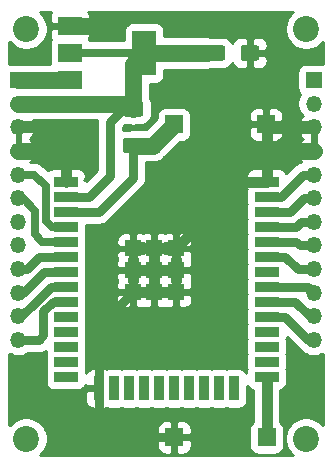
<source format=gtl>
%TF.GenerationSoftware,KiCad,Pcbnew,5.1.7-a382d34a8~88~ubuntu18.04.1*%
%TF.CreationDate,2022-05-18T14:25:08-05:00*%
%TF.ProjectId,Global_Val_Sen_CPU,476c6f62-616c-45f5-9661-6c5f53656e5f,rev?*%
%TF.SameCoordinates,Original*%
%TF.FileFunction,Copper,L1,Top*%
%TF.FilePolarity,Positive*%
%FSLAX46Y46*%
G04 Gerber Fmt 4.6, Leading zero omitted, Abs format (unit mm)*
G04 Created by KiCad (PCBNEW 5.1.7-a382d34a8~88~ubuntu18.04.1) date 2022-05-18 14:25:08*
%MOMM*%
%LPD*%
G01*
G04 APERTURE LIST*
%TA.AperFunction,ComponentPad*%
%ADD10O,1.350000X1.350000*%
%TD*%
%TA.AperFunction,ComponentPad*%
%ADD11R,1.350000X1.350000*%
%TD*%
%TA.AperFunction,ComponentPad*%
%ADD12C,2.200000*%
%TD*%
%TA.AperFunction,SMDPad,CuDef*%
%ADD13R,2.000000X1.500000*%
%TD*%
%TA.AperFunction,SMDPad,CuDef*%
%ADD14R,2.000000X3.800000*%
%TD*%
%TA.AperFunction,SMDPad,CuDef*%
%ADD15R,1.500000X1.500000*%
%TD*%
%TA.AperFunction,ComponentPad*%
%ADD16C,0.762000*%
%TD*%
%TA.AperFunction,SMDPad,CuDef*%
%ADD17R,1.330000X1.330000*%
%TD*%
%TA.AperFunction,SMDPad,CuDef*%
%ADD18R,0.900000X2.000000*%
%TD*%
%TA.AperFunction,SMDPad,CuDef*%
%ADD19R,2.000000X0.900000*%
%TD*%
%TA.AperFunction,Conductor*%
%ADD20C,1.400000*%
%TD*%
%TA.AperFunction,Conductor*%
%ADD21C,0.800000*%
%TD*%
%TA.AperFunction,Conductor*%
%ADD22C,0.700000*%
%TD*%
%TA.AperFunction,Conductor*%
%ADD23C,1.100000*%
%TD*%
%TA.AperFunction,Conductor*%
%ADD24C,0.900000*%
%TD*%
%TA.AperFunction,Conductor*%
%ADD25C,1.000000*%
%TD*%
%TA.AperFunction,Conductor*%
%ADD26C,0.254000*%
%TD*%
%TA.AperFunction,Conductor*%
%ADD27C,0.100000*%
%TD*%
G04 APERTURE END LIST*
D10*
%TO.P,JD_cpu1,12*%
%TO.N,CS*%
X86500000Y-68500000D03*
%TO.P,JD_cpu1,11*%
%TO.N,CLK*%
X86500000Y-66500000D03*
%TO.P,JD_cpu1,10*%
%TO.N,MISO*%
X86500000Y-64500000D03*
%TO.P,JD_cpu1,9*%
%TO.N,SDA0*%
X86500000Y-62500000D03*
%TO.P,JD_cpu1,8*%
%TO.N,RX*%
X86500000Y-60500000D03*
%TO.P,JD_cpu1,7*%
%TO.N,TX*%
X86500000Y-58500000D03*
%TO.P,JD_cpu1,6*%
%TO.N,SCL0*%
X86500000Y-56500000D03*
%TO.P,JD_cpu1,5*%
%TO.N,MOSI*%
X86500000Y-54500000D03*
%TO.P,JD_cpu1,4*%
%TO.N,GND*%
X86500000Y-52500000D03*
%TO.P,JD_cpu1,3*%
X86500000Y-50500000D03*
%TO.P,JD_cpu1,2*%
%TO.N,+3V3*%
X86500000Y-48500000D03*
D11*
%TO.P,JD_cpu1,1*%
%TO.N,+5V*%
X86500000Y-46500000D03*
%TD*%
D10*
%TO.P,JI_cpu1,12*%
%TO.N,IO33*%
X61500000Y-68500000D03*
%TO.P,JI_cpu1,11*%
%TO.N,IO32*%
X61500000Y-66500000D03*
%TO.P,JI_cpu1,10*%
%TO.N,I35*%
X61500000Y-64500000D03*
%TO.P,JI_cpu1,9*%
%TO.N,I34*%
X61500000Y-62500000D03*
%TO.P,JI_cpu1,8*%
%TO.N,RX*%
X61500000Y-60500000D03*
%TO.P,JI_cpu1,7*%
%TO.N,TX*%
X61500000Y-58500000D03*
%TO.P,JI_cpu1,6*%
%TO.N,S_VN*%
X61500000Y-56500000D03*
%TO.P,JI_cpu1,5*%
%TO.N,S_VP*%
X61500000Y-54500000D03*
%TO.P,JI_cpu1,4*%
%TO.N,GND*%
X61500000Y-52500000D03*
%TO.P,JI_cpu1,3*%
X61500000Y-50500000D03*
%TO.P,JI_cpu1,2*%
%TO.N,+3V3*%
X61500000Y-48500000D03*
D11*
%TO.P,JI_cpu1,1*%
%TO.N,+5V*%
X61500000Y-46500000D03*
%TD*%
%TO.P,Ccpu1,2*%
%TO.N,GND*%
%TA.AperFunction,SMDPad,CuDef*%
G36*
G01*
X80300000Y-44625001D02*
X80300000Y-43774999D01*
G75*
G02*
X80549999Y-43525000I249999J0D01*
G01*
X81625001Y-43525000D01*
G75*
G02*
X81875000Y-43774999I0J-249999D01*
G01*
X81875000Y-44625001D01*
G75*
G02*
X81625001Y-44875000I-249999J0D01*
G01*
X80549999Y-44875000D01*
G75*
G02*
X80300000Y-44625001I0J249999D01*
G01*
G37*
%TD.AperFunction*%
%TO.P,Ccpu1,1*%
%TO.N,+3V3*%
%TA.AperFunction,SMDPad,CuDef*%
G36*
G01*
X77425000Y-44625001D02*
X77425000Y-43774999D01*
G75*
G02*
X77674999Y-43525000I249999J0D01*
G01*
X78750001Y-43525000D01*
G75*
G02*
X79000000Y-43774999I0J-249999D01*
G01*
X79000000Y-44625001D01*
G75*
G02*
X78750001Y-44875000I-249999J0D01*
G01*
X77674999Y-44875000D01*
G75*
G02*
X77425000Y-44625001I0J249999D01*
G01*
G37*
%TD.AperFunction*%
%TD*%
D12*
%TO.P,Hrs1,1*%
%TO.N,N/C*%
X85850000Y-42150000D03*
%TD*%
%TO.P,Hdd1,1*%
%TO.N,N/C*%
X85850000Y-76850000D03*
%TD*%
%TO.P,His1,*%
%TO.N,*%
X62150000Y-42150000D03*
%TD*%
%TO.P,Hid1,*%
%TO.N,*%
X62150000Y-76850000D03*
%TD*%
D13*
%TO.P,LVOic1,1*%
%TO.N,GND*%
X65850000Y-41900000D03*
%TO.P,LVOic1,3*%
%TO.N,+5V*%
X65850000Y-46500000D03*
%TO.P,LVOic1,2*%
%TO.N,+3V3*%
X65850000Y-44200000D03*
D14*
X72150000Y-44200000D03*
%TD*%
D15*
%TO.P,Sfl1,2*%
%TO.N,Net-(Sfl1-Pad2)*%
X82500000Y-76750000D03*
%TO.P,Sfl1,1*%
%TO.N,GND*%
X74700000Y-76750000D03*
%TD*%
%TO.P,Sen1,2*%
%TO.N,Net-(Ren1-Pad2)*%
X74650000Y-50250000D03*
%TO.P,Sen1,1*%
%TO.N,GND*%
X82450000Y-50250000D03*
%TD*%
%TO.P,Ren1,2*%
%TO.N,Net-(Ren1-Pad2)*%
%TA.AperFunction,SMDPad,CuDef*%
G36*
G01*
X70574999Y-51400000D02*
X71825001Y-51400000D01*
G75*
G02*
X72075000Y-51649999I0J-249999D01*
G01*
X72075000Y-52450001D01*
G75*
G02*
X71825001Y-52700000I-249999J0D01*
G01*
X70574999Y-52700000D01*
G75*
G02*
X70325000Y-52450001I0J249999D01*
G01*
X70325000Y-51649999D01*
G75*
G02*
X70574999Y-51400000I249999J0D01*
G01*
G37*
%TD.AperFunction*%
%TO.P,Ren1,1*%
%TO.N,+3V3*%
%TA.AperFunction,SMDPad,CuDef*%
G36*
G01*
X70574999Y-48300000D02*
X71825001Y-48300000D01*
G75*
G02*
X72075000Y-48549999I0J-249999D01*
G01*
X72075000Y-49350001D01*
G75*
G02*
X71825001Y-49600000I-249999J0D01*
G01*
X70574999Y-49600000D01*
G75*
G02*
X70325000Y-49350001I0J249999D01*
G01*
X70325000Y-48549999D01*
G75*
G02*
X70574999Y-48300000I249999J0D01*
G01*
G37*
%TD.AperFunction*%
%TD*%
D16*
%TO.P,U1,G.21*%
%TO.N,GND*%
X73917500Y-64425000D03*
%TO.P,U1,G.22*%
X72082500Y-64425000D03*
%TO.P,U1,G.11*%
X73917500Y-60755000D03*
%TO.P,U1,G.12*%
X72082500Y-60755000D03*
%TO.P,U1,G.16*%
X73917500Y-62590000D03*
%TO.P,U1,G.17*%
X72082500Y-62590000D03*
%TO.P,U1,G.18*%
X74835000Y-63507500D03*
%TO.P,U1,G.19*%
X73000000Y-63507500D03*
%TO.P,U1,G.20*%
X71165000Y-63507500D03*
%TO.P,U1,G.13*%
X74835000Y-61672500D03*
%TO.P,U1,G.15*%
X71165000Y-61672500D03*
%TO.P,U1,G.14*%
X73000000Y-61672500D03*
D17*
%TO.P,U1,G.8*%
X74835000Y-64425000D03*
%TO.P,U1,G.10*%
X71165000Y-64425000D03*
%TO.P,U1,G.9*%
X73000000Y-64425000D03*
%TO.P,U1,G.1*%
X74835000Y-60755000D03*
%TO.P,U1,G.4*%
X71165000Y-60755000D03*
%TO.P,U1,G.2*%
X73000000Y-60755000D03*
%TO.P,U1,G.5*%
X74835000Y-62590000D03*
%TO.P,U1,G.7*%
X71165000Y-62590000D03*
%TO.P,U1,G.6*%
X73000000Y-62590000D03*
D18*
%TO.P,U1,15*%
X68285000Y-72600000D03*
%TO.P,U1,16*%
%TO.N,Net-(U1-Pad16)*%
X69555000Y-72600000D03*
%TO.P,U1,17*%
%TO.N,Net-(U1-Pad17)*%
X70825000Y-72600000D03*
%TO.P,U1,18*%
%TO.N,Net-(U1-Pad18)*%
X72095000Y-72600000D03*
%TO.P,U1,19*%
%TO.N,Net-(U1-Pad19)*%
X73365000Y-72600000D03*
%TO.P,U1,24*%
%TO.N,Net-(U1-Pad24)*%
X79715000Y-72600000D03*
%TO.P,U1,23*%
%TO.N,Net-(U1-Pad23)*%
X78445000Y-72600000D03*
%TO.P,U1,22*%
%TO.N,Net-(U1-Pad22)*%
X77175000Y-72600000D03*
%TO.P,U1,21*%
%TO.N,Net-(U1-Pad21)*%
X75905000Y-72600000D03*
%TO.P,U1,20*%
%TO.N,Net-(U1-Pad20)*%
X74635000Y-72600000D03*
D19*
%TO.P,U1,38*%
%TO.N,GND*%
X82500000Y-55090000D03*
%TO.P,U1,37*%
%TO.N,MOSI*%
X82500000Y-56360000D03*
%TO.P,U1,36*%
%TO.N,SCL0*%
X82500000Y-57630000D03*
%TO.P,U1,35*%
%TO.N,TX*%
X82500000Y-58900000D03*
%TO.P,U1,34*%
%TO.N,RX*%
X82500000Y-60170000D03*
%TO.P,U1,33*%
%TO.N,SDA0*%
X82500000Y-61440000D03*
%TO.P,U1,32*%
%TO.N,N/C*%
X82500000Y-62710000D03*
%TO.P,U1,31*%
%TO.N,MISO*%
X82500000Y-63980000D03*
%TO.P,U1,30*%
%TO.N,CLK*%
X82500000Y-65250000D03*
%TO.P,U1,29*%
%TO.N,CS*%
X82500000Y-66520000D03*
%TO.P,U1,28*%
%TO.N,Net-(U1-Pad28)*%
X82500000Y-67790000D03*
%TO.P,U1,27*%
%TO.N,Net-(U1-Pad27)*%
X82500000Y-69060000D03*
%TO.P,U1,26*%
%TO.N,Net-(U1-Pad26)*%
X82500000Y-70330000D03*
%TO.P,U1,25*%
%TO.N,Net-(Sfl1-Pad2)*%
X82500000Y-71600000D03*
%TO.P,U1,1*%
%TO.N,GND*%
X65500000Y-55090000D03*
%TO.P,U1,2*%
%TO.N,+3V3*%
X65500000Y-56360000D03*
%TO.P,U1,3*%
%TO.N,Net-(Ren1-Pad2)*%
X65500000Y-57630000D03*
%TO.P,U1,4*%
%TO.N,S_VP*%
X65500000Y-58900000D03*
%TO.P,U1,5*%
%TO.N,S_VN*%
X65500000Y-60170000D03*
%TO.P,U1,6*%
%TO.N,I34*%
X65500000Y-61440000D03*
%TO.P,U1,7*%
%TO.N,I35*%
X65500000Y-62710000D03*
%TO.P,U1,8*%
%TO.N,IO32*%
X65500000Y-63980000D03*
%TO.P,U1,9*%
%TO.N,IO33*%
X65500000Y-65250000D03*
%TO.P,U1,10*%
%TO.N,Net-(U1-Pad10)*%
X65500000Y-66520000D03*
%TO.P,U1,11*%
%TO.N,Net-(U1-Pad11)*%
X65500000Y-67790000D03*
%TO.P,U1,12*%
%TO.N,Net-(U1-Pad12)*%
X65500000Y-69060000D03*
%TO.P,U1,13*%
%TO.N,Net-(U1-Pad13)*%
X65500000Y-70330000D03*
%TO.P,U1,14*%
%TO.N,Net-(U1-Pad14)*%
X65500000Y-71600000D03*
%TD*%
D20*
%TO.N,Net-(Ren1-Pad2)*%
X72850000Y-52050000D02*
X74650000Y-50250000D01*
X71200000Y-52050000D02*
X72850000Y-52050000D01*
D21*
X71200000Y-52050000D02*
X71200000Y-54750000D01*
X68320000Y-57630000D02*
X65500000Y-57630000D01*
X71200000Y-54750000D02*
X68320000Y-57630000D01*
%TO.N,+3V3*%
X65500000Y-56360000D02*
X67490000Y-56360000D01*
X67490000Y-56360000D02*
X69250000Y-54600000D01*
X69250000Y-54600000D02*
X69250000Y-50050000D01*
X70350000Y-48950000D02*
X71200000Y-48950000D01*
X69250000Y-50050000D02*
X70350000Y-48950000D01*
D20*
X71200000Y-45150000D02*
X72150000Y-44200000D01*
X71200000Y-48950000D02*
X71200000Y-45150000D01*
X70750000Y-48500000D02*
X71200000Y-48950000D01*
X61500000Y-48500000D02*
X70750000Y-48500000D01*
X72150000Y-44200000D02*
X77450000Y-44200000D01*
D22*
X65850000Y-44200000D02*
X72150000Y-44200000D01*
D23*
%TO.N,GND*%
X82700000Y-50500000D02*
X82450000Y-50250000D01*
X86500000Y-50500000D02*
X82700000Y-50500000D01*
D24*
X65500000Y-50850000D02*
X65850000Y-50500000D01*
D25*
X61500000Y-50500000D02*
X65850000Y-50500000D01*
D24*
X65500000Y-55090000D02*
X65500000Y-50850000D01*
X82500000Y-50300000D02*
X82450000Y-50250000D01*
X80500000Y-55090000D02*
X82500000Y-55090000D01*
X74835000Y-60755000D02*
X80500000Y-55090000D01*
D21*
X68285000Y-67305000D02*
X71165000Y-64425000D01*
X68285000Y-72600000D02*
X68285000Y-67305000D01*
D24*
X71165000Y-64425000D02*
X74835000Y-64425000D01*
X74835000Y-63507500D02*
X74835000Y-62590000D01*
X74835000Y-61672500D02*
X74835000Y-62590000D01*
X73917500Y-62590000D02*
X73000000Y-62590000D01*
X73000000Y-62590000D02*
X73000000Y-63507500D01*
X73917500Y-60755000D02*
X72082500Y-60755000D01*
X71165000Y-61672500D02*
X71165000Y-63507500D01*
X71165000Y-62590000D02*
X73000000Y-62590000D01*
X73000000Y-62590000D02*
X73000000Y-60755000D01*
X73000000Y-62590000D02*
X73000000Y-64425000D01*
X73000000Y-62590000D02*
X74835000Y-62590000D01*
D21*
X68285000Y-72600000D02*
X68285000Y-75185000D01*
X69850000Y-76750000D02*
X74700000Y-76750000D01*
X68285000Y-75185000D02*
X69850000Y-76750000D01*
D23*
X73917500Y-60755000D02*
X74835000Y-60755000D01*
X72082500Y-60755000D02*
X71165000Y-60755000D01*
D20*
X61500000Y-52500000D02*
X63900000Y-52500000D01*
X65500000Y-50900000D02*
X65500000Y-50850000D01*
X63900000Y-52500000D02*
X65500000Y-50900000D01*
X82700000Y-52500000D02*
X82500000Y-52300000D01*
X86500000Y-52500000D02*
X82700000Y-52500000D01*
D24*
X82500000Y-55090000D02*
X82500000Y-52300000D01*
X82500000Y-52300000D02*
X82500000Y-50300000D01*
D20*
X68800000Y-41900000D02*
X65850000Y-41900000D01*
D24*
%TO.N,Net-(Sfl1-Pad2)*%
X82500000Y-71600000D02*
X82500000Y-76750000D01*
D20*
%TO.N,+5V*%
X61500000Y-46500000D02*
X64850000Y-46500000D01*
D21*
%TO.N,RX*%
X82500000Y-60170000D02*
X85020000Y-60170000D01*
X85350000Y-60500000D02*
X86500000Y-60500000D01*
X85020000Y-60170000D02*
X85350000Y-60500000D01*
%TO.N,TX*%
X82500000Y-58900000D02*
X85000000Y-58900000D01*
X85400000Y-58500000D02*
X86500000Y-58500000D01*
X85000000Y-58900000D02*
X85400000Y-58500000D01*
%TO.N,MOSI*%
X85620002Y-54500000D02*
X86500000Y-54500000D01*
X83760002Y-56360000D02*
X85620002Y-54500000D01*
X82500000Y-56360000D02*
X83760002Y-56360000D01*
%TO.N,SDA0*%
X86500000Y-62500000D02*
X85150000Y-62500000D01*
X84090000Y-61440000D02*
X82500000Y-61440000D01*
X85150000Y-62500000D02*
X84090000Y-61440000D01*
%TO.N,SCL0*%
X86330000Y-56670000D02*
X86500000Y-56500000D01*
X86500000Y-56500000D02*
X85650000Y-56500000D01*
X84520000Y-57630000D02*
X82500000Y-57630000D01*
X85650000Y-56500000D02*
X84520000Y-57630000D01*
%TO.N,MISO*%
X85980000Y-63980000D02*
X82500000Y-63980000D01*
X86500000Y-64500000D02*
X85980000Y-63980000D01*
%TO.N,CLK*%
X82500000Y-65250000D02*
X84900000Y-65250000D01*
X86150000Y-66500000D02*
X86500000Y-66500000D01*
X84900000Y-65250000D02*
X86150000Y-66500000D01*
%TO.N,CS*%
X86500000Y-68500000D02*
X86050000Y-68500000D01*
X84070000Y-66520000D02*
X82500000Y-66520000D01*
X86050000Y-68500000D02*
X84070000Y-66520000D01*
%TO.N,IO33*%
X63600000Y-66050000D02*
X64400000Y-65250000D01*
X64400000Y-65250000D02*
X65500000Y-65250000D01*
X61500000Y-68500000D02*
X63200000Y-68500000D01*
X63600000Y-68100000D02*
X63600000Y-66050000D01*
X63200000Y-68500000D02*
X63600000Y-68100000D01*
%TO.N,IO32*%
X65500000Y-63980000D02*
X64220000Y-63980000D01*
X61735773Y-66500000D02*
X61500000Y-66500000D01*
X62950000Y-65285773D02*
X61735773Y-66500000D01*
X62950000Y-65250000D02*
X62950000Y-65285773D01*
X64220000Y-63980000D02*
X62950000Y-65250000D01*
%TO.N,I35*%
X65500000Y-62710000D02*
X63690000Y-62710000D01*
X61900000Y-64500000D02*
X61500000Y-64500000D01*
X63690000Y-62710000D02*
X61900000Y-64500000D01*
%TO.N,I34*%
X61500000Y-62500000D02*
X62200000Y-62500000D01*
X63260000Y-61440000D02*
X65500000Y-61440000D01*
X62200000Y-62500000D02*
X63260000Y-61440000D01*
D22*
%TO.N,S_VN*%
X61500000Y-56500000D02*
X61850000Y-56500000D01*
X61850000Y-56500000D02*
X62900000Y-57550000D01*
X62900000Y-57550000D02*
X62900000Y-59550000D01*
X63520000Y-60170000D02*
X65500000Y-60170000D01*
X62900000Y-59550000D02*
X63520000Y-60170000D01*
%TO.N,S_VP*%
X63850000Y-55500000D02*
X62850000Y-54500000D01*
X63850000Y-58420002D02*
X63850000Y-55500000D01*
X62850000Y-54500000D02*
X61500000Y-54500000D01*
X65500000Y-58900000D02*
X64329998Y-58900000D01*
X64329998Y-58900000D02*
X63850000Y-58420002D01*
%TD*%
D26*
%TO.N,GND*%
X64259307Y-40755311D02*
X64193657Y-40878134D01*
X64153230Y-41011404D01*
X64139579Y-41150000D01*
X64143000Y-41560250D01*
X64319750Y-41737000D01*
X65687000Y-41737000D01*
X65687000Y-41717000D01*
X66013000Y-41717000D01*
X66013000Y-41737000D01*
X67380250Y-41737000D01*
X67557000Y-41560250D01*
X67560421Y-41150000D01*
X67546770Y-41011404D01*
X67506343Y-40878134D01*
X67440693Y-40755311D01*
X67421562Y-40732000D01*
X84719674Y-40732000D01*
X84698105Y-40746412D01*
X84446412Y-40998105D01*
X84248658Y-41294065D01*
X84112442Y-41622918D01*
X84043000Y-41972026D01*
X84043000Y-42327974D01*
X84112442Y-42677082D01*
X84248658Y-43005935D01*
X84446412Y-43301895D01*
X84698105Y-43553588D01*
X84994065Y-43751342D01*
X85322918Y-43887558D01*
X85672026Y-43957000D01*
X86027974Y-43957000D01*
X86377082Y-43887558D01*
X86705935Y-43751342D01*
X87001895Y-43553588D01*
X87253588Y-43301895D01*
X87268000Y-43280326D01*
X87268000Y-45123740D01*
X87175000Y-45114580D01*
X85825000Y-45114580D01*
X85686404Y-45128231D01*
X85553134Y-45168658D01*
X85430312Y-45234307D01*
X85322657Y-45322657D01*
X85234307Y-45430312D01*
X85168658Y-45553134D01*
X85128231Y-45686404D01*
X85114580Y-45825000D01*
X85114580Y-47175000D01*
X85128231Y-47313596D01*
X85168658Y-47446866D01*
X85234307Y-47569688D01*
X85322657Y-47677343D01*
X85364577Y-47711746D01*
X85275287Y-47845377D01*
X85171109Y-48096885D01*
X85118000Y-48363885D01*
X85118000Y-48636115D01*
X85171109Y-48903115D01*
X85275287Y-49154623D01*
X85426530Y-49380974D01*
X85550516Y-49504960D01*
X85448746Y-49602890D01*
X85293928Y-49825217D01*
X85185459Y-50073476D01*
X85170041Y-50124323D01*
X85305823Y-50337000D01*
X86337000Y-50337000D01*
X86337000Y-50317000D01*
X86663000Y-50317000D01*
X86663000Y-50337000D01*
X86683000Y-50337000D01*
X86683000Y-50663000D01*
X86663000Y-50663000D01*
X86663000Y-52337000D01*
X86683000Y-52337000D01*
X86683000Y-52663000D01*
X86663000Y-52663000D01*
X86663000Y-52683000D01*
X86337000Y-52683000D01*
X86337000Y-52663000D01*
X85305823Y-52663000D01*
X85170041Y-52875677D01*
X85185459Y-52926524D01*
X85293928Y-53174783D01*
X85448746Y-53397110D01*
X85455724Y-53403824D01*
X85402992Y-53409018D01*
X85194322Y-53472317D01*
X85002010Y-53575110D01*
X84833448Y-53713446D01*
X84798784Y-53755684D01*
X84163323Y-54391145D01*
X84156343Y-54368134D01*
X84090693Y-54245311D01*
X84002344Y-54137656D01*
X83894689Y-54049307D01*
X83771866Y-53983657D01*
X83638596Y-53943230D01*
X83500000Y-53929579D01*
X82839750Y-53933000D01*
X82663000Y-54109750D01*
X82663000Y-54927000D01*
X82683000Y-54927000D01*
X82683000Y-55199580D01*
X81500000Y-55199580D01*
X81361404Y-55213231D01*
X81230303Y-55253000D01*
X80969750Y-55253000D01*
X80793000Y-55429750D01*
X80789579Y-55540000D01*
X80803230Y-55678596D01*
X80817307Y-55725002D01*
X80803231Y-55771404D01*
X80789580Y-55910000D01*
X80789580Y-56810000D01*
X80803231Y-56948596D01*
X80817307Y-56995000D01*
X80803231Y-57041404D01*
X80789580Y-57180000D01*
X80789580Y-58080000D01*
X80803231Y-58218596D01*
X80817307Y-58265000D01*
X80803231Y-58311404D01*
X80789580Y-58450000D01*
X80789580Y-59350000D01*
X80803231Y-59488596D01*
X80817307Y-59535000D01*
X80803231Y-59581404D01*
X80789580Y-59720000D01*
X80789580Y-60620000D01*
X80803231Y-60758596D01*
X80817307Y-60805000D01*
X80803231Y-60851404D01*
X80789580Y-60990000D01*
X80789580Y-61890000D01*
X80803231Y-62028596D01*
X80817307Y-62075000D01*
X80803231Y-62121404D01*
X80789580Y-62260000D01*
X80789580Y-63160000D01*
X80803231Y-63298596D01*
X80817307Y-63345000D01*
X80803231Y-63391404D01*
X80789580Y-63530000D01*
X80789580Y-64430000D01*
X80803231Y-64568596D01*
X80817307Y-64615000D01*
X80803231Y-64661404D01*
X80789580Y-64800000D01*
X80789580Y-65700000D01*
X80803231Y-65838596D01*
X80817307Y-65885000D01*
X80803231Y-65931404D01*
X80789580Y-66070000D01*
X80789580Y-66970000D01*
X80803231Y-67108596D01*
X80817307Y-67155000D01*
X80803231Y-67201404D01*
X80789580Y-67340000D01*
X80789580Y-68240000D01*
X80803231Y-68378596D01*
X80817307Y-68425000D01*
X80803231Y-68471404D01*
X80789580Y-68610000D01*
X80789580Y-69510000D01*
X80803231Y-69648596D01*
X80817307Y-69695000D01*
X80803231Y-69741404D01*
X80789580Y-69880000D01*
X80789580Y-70780000D01*
X80803231Y-70918596D01*
X80817307Y-70965000D01*
X80803231Y-71011404D01*
X80789580Y-71150000D01*
X80789580Y-71268711D01*
X80755693Y-71205312D01*
X80667343Y-71097657D01*
X80559688Y-71009307D01*
X80436866Y-70943658D01*
X80303596Y-70903231D01*
X80165000Y-70889580D01*
X79265000Y-70889580D01*
X79126404Y-70903231D01*
X79080000Y-70917307D01*
X79033596Y-70903231D01*
X78895000Y-70889580D01*
X77995000Y-70889580D01*
X77856404Y-70903231D01*
X77810000Y-70917307D01*
X77763596Y-70903231D01*
X77625000Y-70889580D01*
X76725000Y-70889580D01*
X76586404Y-70903231D01*
X76540000Y-70917307D01*
X76493596Y-70903231D01*
X76355000Y-70889580D01*
X75455000Y-70889580D01*
X75316404Y-70903231D01*
X75270000Y-70917307D01*
X75223596Y-70903231D01*
X75085000Y-70889580D01*
X74185000Y-70889580D01*
X74046404Y-70903231D01*
X74000000Y-70917307D01*
X73953596Y-70903231D01*
X73815000Y-70889580D01*
X72915000Y-70889580D01*
X72776404Y-70903231D01*
X72730000Y-70917307D01*
X72683596Y-70903231D01*
X72545000Y-70889580D01*
X71645000Y-70889580D01*
X71506404Y-70903231D01*
X71460000Y-70917307D01*
X71413596Y-70903231D01*
X71275000Y-70889580D01*
X70375000Y-70889580D01*
X70236404Y-70903231D01*
X70190000Y-70917307D01*
X70143596Y-70903231D01*
X70005000Y-70889580D01*
X69105000Y-70889580D01*
X68966404Y-70903231D01*
X68920002Y-70917307D01*
X68873596Y-70903230D01*
X68735000Y-70889579D01*
X68624750Y-70893000D01*
X68448000Y-71069750D01*
X68448000Y-71330303D01*
X68408231Y-71461404D01*
X68394580Y-71600000D01*
X68394580Y-73600000D01*
X68408231Y-73738596D01*
X68448000Y-73869697D01*
X68448000Y-74130250D01*
X68624750Y-74307000D01*
X68735000Y-74310421D01*
X68873596Y-74296770D01*
X68920002Y-74282693D01*
X68966404Y-74296769D01*
X69105000Y-74310420D01*
X70005000Y-74310420D01*
X70143596Y-74296769D01*
X70190000Y-74282693D01*
X70236404Y-74296769D01*
X70375000Y-74310420D01*
X71275000Y-74310420D01*
X71413596Y-74296769D01*
X71460000Y-74282693D01*
X71506404Y-74296769D01*
X71645000Y-74310420D01*
X72545000Y-74310420D01*
X72683596Y-74296769D01*
X72730000Y-74282693D01*
X72776404Y-74296769D01*
X72915000Y-74310420D01*
X73815000Y-74310420D01*
X73953596Y-74296769D01*
X74000000Y-74282693D01*
X74046404Y-74296769D01*
X74185000Y-74310420D01*
X75085000Y-74310420D01*
X75223596Y-74296769D01*
X75270000Y-74282693D01*
X75316404Y-74296769D01*
X75455000Y-74310420D01*
X76355000Y-74310420D01*
X76493596Y-74296769D01*
X76540000Y-74282693D01*
X76586404Y-74296769D01*
X76725000Y-74310420D01*
X77625000Y-74310420D01*
X77763596Y-74296769D01*
X77810000Y-74282693D01*
X77856404Y-74296769D01*
X77995000Y-74310420D01*
X78895000Y-74310420D01*
X79033596Y-74296769D01*
X79080000Y-74282693D01*
X79126404Y-74296769D01*
X79265000Y-74310420D01*
X80165000Y-74310420D01*
X80303596Y-74296769D01*
X80436866Y-74256342D01*
X80559688Y-74190693D01*
X80667343Y-74102343D01*
X80755693Y-73994688D01*
X80821342Y-73871866D01*
X80861769Y-73738596D01*
X80875420Y-73600000D01*
X80875420Y-72381289D01*
X80909307Y-72444688D01*
X80997657Y-72552343D01*
X81105312Y-72640693D01*
X81228134Y-72706342D01*
X81343000Y-72741186D01*
X81343001Y-75419411D01*
X81247657Y-75497657D01*
X81159307Y-75605312D01*
X81093658Y-75728134D01*
X81053231Y-75861404D01*
X81039580Y-76000000D01*
X81039580Y-77500000D01*
X81053231Y-77638596D01*
X81093658Y-77771866D01*
X81159307Y-77894688D01*
X81247657Y-78002343D01*
X81355312Y-78090693D01*
X81478134Y-78156342D01*
X81611404Y-78196769D01*
X81750000Y-78210420D01*
X83250000Y-78210420D01*
X83388596Y-78196769D01*
X83521866Y-78156342D01*
X83644688Y-78090693D01*
X83752343Y-78002343D01*
X83840693Y-77894688D01*
X83906342Y-77771866D01*
X83946769Y-77638596D01*
X83960420Y-77500000D01*
X83960420Y-76000000D01*
X83946769Y-75861404D01*
X83906342Y-75728134D01*
X83840693Y-75605312D01*
X83752343Y-75497657D01*
X83657000Y-75419411D01*
X83657000Y-72741186D01*
X83771866Y-72706342D01*
X83894688Y-72640693D01*
X84002343Y-72552343D01*
X84090693Y-72444688D01*
X84156342Y-72321866D01*
X84196769Y-72188596D01*
X84210420Y-72050000D01*
X84210420Y-71150000D01*
X84196769Y-71011404D01*
X84182693Y-70965000D01*
X84196769Y-70918596D01*
X84210420Y-70780000D01*
X84210420Y-69880000D01*
X84196769Y-69741404D01*
X84182693Y-69695000D01*
X84196769Y-69648596D01*
X84210420Y-69510000D01*
X84210420Y-68610000D01*
X84196769Y-68471404D01*
X84182693Y-68425000D01*
X84196769Y-68378596D01*
X84210420Y-68240000D01*
X84210420Y-68225954D01*
X85228786Y-69244321D01*
X85263446Y-69286554D01*
X85305679Y-69321214D01*
X85305684Y-69321219D01*
X85378496Y-69380974D01*
X85432008Y-69424890D01*
X85514584Y-69469028D01*
X85619026Y-69573470D01*
X85845377Y-69724713D01*
X86096885Y-69828891D01*
X86363885Y-69882000D01*
X86636115Y-69882000D01*
X86903115Y-69828891D01*
X87154623Y-69724713D01*
X87268001Y-69648956D01*
X87268001Y-75719676D01*
X87253588Y-75698105D01*
X87001895Y-75446412D01*
X86705935Y-75248658D01*
X86377082Y-75112442D01*
X86027974Y-75043000D01*
X85672026Y-75043000D01*
X85322918Y-75112442D01*
X84994065Y-75248658D01*
X84698105Y-75446412D01*
X84446412Y-75698105D01*
X84248658Y-75994065D01*
X84112442Y-76322918D01*
X84043000Y-76672026D01*
X84043000Y-77027974D01*
X84112442Y-77377082D01*
X84248658Y-77705935D01*
X84446412Y-78001895D01*
X84698105Y-78253588D01*
X84719674Y-78268000D01*
X63280326Y-78268000D01*
X63301895Y-78253588D01*
X63553588Y-78001895D01*
X63751342Y-77705935D01*
X63836643Y-77500000D01*
X73239579Y-77500000D01*
X73253230Y-77638596D01*
X73293657Y-77771866D01*
X73359307Y-77894689D01*
X73447656Y-78002344D01*
X73555311Y-78090693D01*
X73678134Y-78156343D01*
X73811404Y-78196770D01*
X73950000Y-78210421D01*
X74360250Y-78207000D01*
X74537000Y-78030250D01*
X74537000Y-76913000D01*
X74863000Y-76913000D01*
X74863000Y-78030250D01*
X75039750Y-78207000D01*
X75450000Y-78210421D01*
X75588596Y-78196770D01*
X75721866Y-78156343D01*
X75844689Y-78090693D01*
X75952344Y-78002344D01*
X76040693Y-77894689D01*
X76106343Y-77771866D01*
X76146770Y-77638596D01*
X76160421Y-77500000D01*
X76157000Y-77089750D01*
X75980250Y-76913000D01*
X74863000Y-76913000D01*
X74537000Y-76913000D01*
X73419750Y-76913000D01*
X73243000Y-77089750D01*
X73239579Y-77500000D01*
X63836643Y-77500000D01*
X63887558Y-77377082D01*
X63957000Y-77027974D01*
X63957000Y-76672026D01*
X63887558Y-76322918D01*
X63753801Y-76000000D01*
X73239579Y-76000000D01*
X73243000Y-76410250D01*
X73419750Y-76587000D01*
X74537000Y-76587000D01*
X74537000Y-75469750D01*
X74863000Y-75469750D01*
X74863000Y-76587000D01*
X75980250Y-76587000D01*
X76157000Y-76410250D01*
X76160421Y-76000000D01*
X76146770Y-75861404D01*
X76106343Y-75728134D01*
X76040693Y-75605311D01*
X75952344Y-75497656D01*
X75844689Y-75409307D01*
X75721866Y-75343657D01*
X75588596Y-75303230D01*
X75450000Y-75289579D01*
X75039750Y-75293000D01*
X74863000Y-75469750D01*
X74537000Y-75469750D01*
X74360250Y-75293000D01*
X73950000Y-75289579D01*
X73811404Y-75303230D01*
X73678134Y-75343657D01*
X73555311Y-75409307D01*
X73447656Y-75497656D01*
X73359307Y-75605311D01*
X73293657Y-75728134D01*
X73253230Y-75861404D01*
X73239579Y-76000000D01*
X63753801Y-76000000D01*
X63751342Y-75994065D01*
X63553588Y-75698105D01*
X63301895Y-75446412D01*
X63005935Y-75248658D01*
X62677082Y-75112442D01*
X62327974Y-75043000D01*
X61972026Y-75043000D01*
X61622918Y-75112442D01*
X61294065Y-75248658D01*
X60998105Y-75446412D01*
X60746412Y-75698105D01*
X60732000Y-75719674D01*
X60732000Y-73600000D01*
X67124579Y-73600000D01*
X67138230Y-73738596D01*
X67178657Y-73871866D01*
X67244307Y-73994689D01*
X67332656Y-74102344D01*
X67440311Y-74190693D01*
X67563134Y-74256343D01*
X67696404Y-74296770D01*
X67835000Y-74310421D01*
X67945250Y-74307000D01*
X68122000Y-74130250D01*
X68122000Y-72763000D01*
X67304750Y-72763000D01*
X67128000Y-72939750D01*
X67124579Y-73600000D01*
X60732000Y-73600000D01*
X60732000Y-69648957D01*
X60845377Y-69724713D01*
X61096885Y-69828891D01*
X61363885Y-69882000D01*
X61636115Y-69882000D01*
X61903115Y-69828891D01*
X62154623Y-69724713D01*
X62330793Y-69607000D01*
X63145628Y-69607000D01*
X63200000Y-69612355D01*
X63254372Y-69607000D01*
X63254379Y-69607000D01*
X63417010Y-69590982D01*
X63625680Y-69527683D01*
X63789580Y-69440077D01*
X63789580Y-69510000D01*
X63803231Y-69648596D01*
X63817307Y-69695000D01*
X63803231Y-69741404D01*
X63789580Y-69880000D01*
X63789580Y-70780000D01*
X63803231Y-70918596D01*
X63817307Y-70965000D01*
X63803231Y-71011404D01*
X63789580Y-71150000D01*
X63789580Y-72050000D01*
X63803231Y-72188596D01*
X63843658Y-72321866D01*
X63909307Y-72444688D01*
X63997657Y-72552343D01*
X64105312Y-72640693D01*
X64228134Y-72706342D01*
X64361404Y-72746769D01*
X64500000Y-72760420D01*
X66500000Y-72760420D01*
X66638596Y-72746769D01*
X66771866Y-72706342D01*
X66894688Y-72640693D01*
X67002343Y-72552343D01*
X67090693Y-72444688D01*
X67156342Y-72321866D01*
X67164086Y-72296336D01*
X67304750Y-72437000D01*
X68122000Y-72437000D01*
X68122000Y-71069750D01*
X67945250Y-70893000D01*
X67835000Y-70889579D01*
X67696404Y-70903230D01*
X67563134Y-70943657D01*
X67440311Y-71009307D01*
X67332656Y-71097656D01*
X67244307Y-71205311D01*
X67210420Y-71268709D01*
X67210420Y-71150000D01*
X67196769Y-71011404D01*
X67182693Y-70965000D01*
X67196769Y-70918596D01*
X67210420Y-70780000D01*
X67210420Y-69880000D01*
X67196769Y-69741404D01*
X67182693Y-69695000D01*
X67196769Y-69648596D01*
X67210420Y-69510000D01*
X67210420Y-68610000D01*
X67196769Y-68471404D01*
X67182693Y-68425000D01*
X67196769Y-68378596D01*
X67210420Y-68240000D01*
X67210420Y-67340000D01*
X67196769Y-67201404D01*
X67182693Y-67155000D01*
X67196769Y-67108596D01*
X67210420Y-66970000D01*
X67210420Y-66070000D01*
X67196769Y-65931404D01*
X67182693Y-65885000D01*
X67196769Y-65838596D01*
X67210420Y-65700000D01*
X67210420Y-65090000D01*
X69789579Y-65090000D01*
X69803230Y-65228596D01*
X69843657Y-65361866D01*
X69909307Y-65484689D01*
X69997656Y-65592344D01*
X70105311Y-65680693D01*
X70228134Y-65746343D01*
X70361404Y-65786770D01*
X70500000Y-65800421D01*
X70825250Y-65797000D01*
X71002000Y-65620250D01*
X71002000Y-64588000D01*
X69969750Y-64588000D01*
X69793000Y-64764750D01*
X69789579Y-65090000D01*
X67210420Y-65090000D01*
X67210420Y-64800000D01*
X67196769Y-64661404D01*
X67182693Y-64615000D01*
X67196769Y-64568596D01*
X67210420Y-64430000D01*
X67210420Y-63530000D01*
X67196769Y-63391404D01*
X67182693Y-63345000D01*
X67196769Y-63298596D01*
X67210420Y-63160000D01*
X67210420Y-62260000D01*
X67196769Y-62121404D01*
X67182693Y-62075000D01*
X67196769Y-62028596D01*
X67210420Y-61890000D01*
X67210420Y-61420000D01*
X69789579Y-61420000D01*
X69803230Y-61558596D01*
X69837782Y-61672500D01*
X69803230Y-61786404D01*
X69789579Y-61925000D01*
X69793000Y-62250250D01*
X69969750Y-62427000D01*
X70642648Y-62427000D01*
X70656842Y-62590000D01*
X70642648Y-62753000D01*
X69969750Y-62753000D01*
X69793000Y-62929750D01*
X69789579Y-63255000D01*
X69803230Y-63393596D01*
X69837782Y-63507500D01*
X69803230Y-63621404D01*
X69789579Y-63760000D01*
X69793000Y-64085250D01*
X69969750Y-64262000D01*
X70642648Y-64262000D01*
X70661448Y-64477892D01*
X70860438Y-64557484D01*
X71004103Y-64584242D01*
X71040264Y-64755106D01*
X71112108Y-64928552D01*
X71328000Y-64947352D01*
X71328000Y-65620250D01*
X71504750Y-65797000D01*
X71830000Y-65800421D01*
X71968596Y-65786770D01*
X72082500Y-65752218D01*
X72196404Y-65786770D01*
X72335000Y-65800421D01*
X72660250Y-65797000D01*
X72837000Y-65620250D01*
X72837000Y-64947352D01*
X73000000Y-64933158D01*
X73163000Y-64947352D01*
X73163000Y-65620250D01*
X73339750Y-65797000D01*
X73665000Y-65800421D01*
X73803596Y-65786770D01*
X73917500Y-65752218D01*
X74031404Y-65786770D01*
X74170000Y-65800421D01*
X74495250Y-65797000D01*
X74672000Y-65620250D01*
X74672000Y-64947352D01*
X74887892Y-64928552D01*
X74967484Y-64729562D01*
X74993850Y-64588000D01*
X74998000Y-64588000D01*
X74998000Y-65620250D01*
X75174750Y-65797000D01*
X75500000Y-65800421D01*
X75638596Y-65786770D01*
X75771866Y-65746343D01*
X75894689Y-65680693D01*
X76002344Y-65592344D01*
X76090693Y-65484689D01*
X76156343Y-65361866D01*
X76196770Y-65228596D01*
X76210421Y-65090000D01*
X76207000Y-64764750D01*
X76030250Y-64588000D01*
X74998000Y-64588000D01*
X74993850Y-64588000D01*
X74994242Y-64585897D01*
X75165106Y-64549736D01*
X75338552Y-64477892D01*
X75357352Y-64262000D01*
X76030250Y-64262000D01*
X76207000Y-64085250D01*
X76210421Y-63760000D01*
X76196770Y-63621404D01*
X76162218Y-63507500D01*
X76196770Y-63393596D01*
X76210421Y-63255000D01*
X76207000Y-62929750D01*
X76030250Y-62753000D01*
X75357352Y-62753000D01*
X75343158Y-62590000D01*
X75357352Y-62427000D01*
X76030250Y-62427000D01*
X76207000Y-62250250D01*
X76210421Y-61925000D01*
X76196770Y-61786404D01*
X76162218Y-61672500D01*
X76196770Y-61558596D01*
X76210421Y-61420000D01*
X76207000Y-61094750D01*
X76030250Y-60918000D01*
X75357352Y-60918000D01*
X75338552Y-60702108D01*
X75139562Y-60622516D01*
X74995897Y-60595758D01*
X74959736Y-60424894D01*
X74887892Y-60251448D01*
X74672000Y-60232648D01*
X74672000Y-59559750D01*
X74998000Y-59559750D01*
X74998000Y-60592000D01*
X76030250Y-60592000D01*
X76207000Y-60415250D01*
X76210421Y-60090000D01*
X76196770Y-59951404D01*
X76156343Y-59818134D01*
X76090693Y-59695311D01*
X76002344Y-59587656D01*
X75894689Y-59499307D01*
X75771866Y-59433657D01*
X75638596Y-59393230D01*
X75500000Y-59379579D01*
X75174750Y-59383000D01*
X74998000Y-59559750D01*
X74672000Y-59559750D01*
X74495250Y-59383000D01*
X74170000Y-59379579D01*
X74031404Y-59393230D01*
X73917500Y-59427782D01*
X73803596Y-59393230D01*
X73665000Y-59379579D01*
X73339750Y-59383000D01*
X73163000Y-59559750D01*
X73163000Y-60232648D01*
X73000000Y-60246842D01*
X72837000Y-60232648D01*
X72837000Y-59559750D01*
X72660250Y-59383000D01*
X72335000Y-59379579D01*
X72196404Y-59393230D01*
X72082500Y-59427782D01*
X71968596Y-59393230D01*
X71830000Y-59379579D01*
X71504750Y-59383000D01*
X71328000Y-59559750D01*
X71328000Y-60232648D01*
X71112108Y-60251448D01*
X71032516Y-60450438D01*
X71005758Y-60594103D01*
X70834894Y-60630264D01*
X70661448Y-60702108D01*
X70642648Y-60918000D01*
X69969750Y-60918000D01*
X69793000Y-61094750D01*
X69789579Y-61420000D01*
X67210420Y-61420000D01*
X67210420Y-60990000D01*
X67196769Y-60851404D01*
X67182693Y-60805000D01*
X67196769Y-60758596D01*
X67210420Y-60620000D01*
X67210420Y-60090000D01*
X69789579Y-60090000D01*
X69793000Y-60415250D01*
X69969750Y-60592000D01*
X71002000Y-60592000D01*
X71002000Y-59559750D01*
X70825250Y-59383000D01*
X70500000Y-59379579D01*
X70361404Y-59393230D01*
X70228134Y-59433657D01*
X70105311Y-59499307D01*
X69997656Y-59587656D01*
X69909307Y-59695311D01*
X69843657Y-59818134D01*
X69803230Y-59951404D01*
X69789579Y-60090000D01*
X67210420Y-60090000D01*
X67210420Y-59720000D01*
X67196769Y-59581404D01*
X67182693Y-59535000D01*
X67196769Y-59488596D01*
X67210420Y-59350000D01*
X67210420Y-58737000D01*
X68265628Y-58737000D01*
X68320000Y-58742355D01*
X68374372Y-58737000D01*
X68374379Y-58737000D01*
X68537010Y-58720982D01*
X68745680Y-58657683D01*
X68937992Y-58554890D01*
X69106554Y-58416554D01*
X69141223Y-58374310D01*
X71944316Y-55571218D01*
X71986554Y-55536554D01*
X72124890Y-55367992D01*
X72227683Y-55175680D01*
X72290982Y-54967010D01*
X72307000Y-54804379D01*
X72307000Y-54804373D01*
X72312355Y-54750001D01*
X72307000Y-54695629D01*
X72307000Y-54640000D01*
X80789579Y-54640000D01*
X80793000Y-54750250D01*
X80969750Y-54927000D01*
X82337000Y-54927000D01*
X82337000Y-54109750D01*
X82160250Y-53933000D01*
X81500000Y-53929579D01*
X81361404Y-53943230D01*
X81228134Y-53983657D01*
X81105311Y-54049307D01*
X80997656Y-54137656D01*
X80909307Y-54245311D01*
X80843657Y-54368134D01*
X80803230Y-54501404D01*
X80789579Y-54640000D01*
X72307000Y-54640000D01*
X72307000Y-53457000D01*
X72780888Y-53457000D01*
X72850000Y-53463807D01*
X72919112Y-53457000D01*
X73125820Y-53436641D01*
X73391041Y-53356187D01*
X73635469Y-53225538D01*
X73849713Y-53049713D01*
X73893780Y-52996017D01*
X75179378Y-51710420D01*
X75400000Y-51710420D01*
X75538596Y-51696769D01*
X75671866Y-51656342D01*
X75794688Y-51590693D01*
X75902343Y-51502343D01*
X75990693Y-51394688D01*
X76056342Y-51271866D01*
X76096769Y-51138596D01*
X76110420Y-51000000D01*
X80989579Y-51000000D01*
X81003230Y-51138596D01*
X81043657Y-51271866D01*
X81109307Y-51394689D01*
X81197656Y-51502344D01*
X81305311Y-51590693D01*
X81428134Y-51656343D01*
X81561404Y-51696770D01*
X81700000Y-51710421D01*
X82110250Y-51707000D01*
X82287000Y-51530250D01*
X82287000Y-50413000D01*
X82613000Y-50413000D01*
X82613000Y-51530250D01*
X82789750Y-51707000D01*
X83200000Y-51710421D01*
X83338596Y-51696770D01*
X83471866Y-51656343D01*
X83594689Y-51590693D01*
X83702344Y-51502344D01*
X83790693Y-51394689D01*
X83856343Y-51271866D01*
X83896770Y-51138596D01*
X83910421Y-51000000D01*
X83909385Y-50875677D01*
X85170041Y-50875677D01*
X85185459Y-50926524D01*
X85293928Y-51174783D01*
X85448746Y-51397110D01*
X85555670Y-51500000D01*
X85448746Y-51602890D01*
X85293928Y-51825217D01*
X85185459Y-52073476D01*
X85170041Y-52124323D01*
X85305823Y-52337000D01*
X86337000Y-52337000D01*
X86337000Y-50663000D01*
X85305823Y-50663000D01*
X85170041Y-50875677D01*
X83909385Y-50875677D01*
X83907000Y-50589750D01*
X83730250Y-50413000D01*
X82613000Y-50413000D01*
X82287000Y-50413000D01*
X81169750Y-50413000D01*
X80993000Y-50589750D01*
X80989579Y-51000000D01*
X76110420Y-51000000D01*
X76110420Y-49500000D01*
X80989579Y-49500000D01*
X80993000Y-49910250D01*
X81169750Y-50087000D01*
X82287000Y-50087000D01*
X82287000Y-48969750D01*
X82613000Y-48969750D01*
X82613000Y-50087000D01*
X83730250Y-50087000D01*
X83907000Y-49910250D01*
X83910421Y-49500000D01*
X83896770Y-49361404D01*
X83856343Y-49228134D01*
X83790693Y-49105311D01*
X83702344Y-48997656D01*
X83594689Y-48909307D01*
X83471866Y-48843657D01*
X83338596Y-48803230D01*
X83200000Y-48789579D01*
X82789750Y-48793000D01*
X82613000Y-48969750D01*
X82287000Y-48969750D01*
X82110250Y-48793000D01*
X81700000Y-48789579D01*
X81561404Y-48803230D01*
X81428134Y-48843657D01*
X81305311Y-48909307D01*
X81197656Y-48997656D01*
X81109307Y-49105311D01*
X81043657Y-49228134D01*
X81003230Y-49361404D01*
X80989579Y-49500000D01*
X76110420Y-49500000D01*
X76096769Y-49361404D01*
X76056342Y-49228134D01*
X75990693Y-49105312D01*
X75902343Y-48997657D01*
X75794688Y-48909307D01*
X75671866Y-48843658D01*
X75538596Y-48803231D01*
X75400000Y-48789580D01*
X73900000Y-48789580D01*
X73761404Y-48803231D01*
X73628134Y-48843658D01*
X73505312Y-48909307D01*
X73397657Y-48997657D01*
X73309307Y-49105312D01*
X73243658Y-49228134D01*
X73203231Y-49361404D01*
X73189580Y-49500000D01*
X73189580Y-49720622D01*
X72267203Y-50643000D01*
X71130888Y-50643000D01*
X70924180Y-50663359D01*
X70837741Y-50689580D01*
X70574999Y-50689580D01*
X70387631Y-50708034D01*
X70357000Y-50717326D01*
X70357000Y-50508534D01*
X70556897Y-50308637D01*
X70574999Y-50310420D01*
X70837741Y-50310420D01*
X70924179Y-50336641D01*
X71199999Y-50363807D01*
X71200000Y-50363807D01*
X71337909Y-50350224D01*
X71475820Y-50336641D01*
X71562258Y-50310420D01*
X71825001Y-50310420D01*
X72012369Y-50291966D01*
X72192537Y-50237312D01*
X72358581Y-50148560D01*
X72504120Y-50029120D01*
X72623560Y-49883581D01*
X72712312Y-49717537D01*
X72766966Y-49537369D01*
X72785420Y-49350001D01*
X72785420Y-48549999D01*
X72766966Y-48362631D01*
X72712312Y-48182463D01*
X72623560Y-48016419D01*
X72607000Y-47996240D01*
X72607000Y-46810420D01*
X73150000Y-46810420D01*
X73288596Y-46796769D01*
X73421866Y-46756342D01*
X73544688Y-46690693D01*
X73652343Y-46602343D01*
X73740693Y-46494688D01*
X73806342Y-46371866D01*
X73846769Y-46238596D01*
X73860420Y-46100000D01*
X73860420Y-45607000D01*
X77519112Y-45607000D01*
X77725820Y-45586641D01*
X77729845Y-45585420D01*
X78750001Y-45585420D01*
X78937369Y-45566966D01*
X79117537Y-45512312D01*
X79283581Y-45423560D01*
X79429120Y-45304120D01*
X79548560Y-45158581D01*
X79611494Y-45040839D01*
X79643657Y-45146866D01*
X79709307Y-45269689D01*
X79797656Y-45377344D01*
X79905311Y-45465693D01*
X80028134Y-45531343D01*
X80161404Y-45571770D01*
X80300000Y-45585421D01*
X80747750Y-45582000D01*
X80924500Y-45405250D01*
X80924500Y-44363000D01*
X81250500Y-44363000D01*
X81250500Y-45405250D01*
X81427250Y-45582000D01*
X81875000Y-45585421D01*
X82013596Y-45571770D01*
X82146866Y-45531343D01*
X82269689Y-45465693D01*
X82377344Y-45377344D01*
X82465693Y-45269689D01*
X82531343Y-45146866D01*
X82571770Y-45013596D01*
X82585421Y-44875000D01*
X82582000Y-44539750D01*
X82405250Y-44363000D01*
X81250500Y-44363000D01*
X80924500Y-44363000D01*
X80904500Y-44363000D01*
X80904500Y-44037000D01*
X80924500Y-44037000D01*
X80924500Y-42994750D01*
X81250500Y-42994750D01*
X81250500Y-44037000D01*
X82405250Y-44037000D01*
X82582000Y-43860250D01*
X82585421Y-43525000D01*
X82571770Y-43386404D01*
X82531343Y-43253134D01*
X82465693Y-43130311D01*
X82377344Y-43022656D01*
X82269689Y-42934307D01*
X82146866Y-42868657D01*
X82013596Y-42828230D01*
X81875000Y-42814579D01*
X81427250Y-42818000D01*
X81250500Y-42994750D01*
X80924500Y-42994750D01*
X80747750Y-42818000D01*
X80300000Y-42814579D01*
X80161404Y-42828230D01*
X80028134Y-42868657D01*
X79905311Y-42934307D01*
X79797656Y-43022656D01*
X79709307Y-43130311D01*
X79643657Y-43253134D01*
X79611494Y-43359161D01*
X79548560Y-43241419D01*
X79429120Y-43095880D01*
X79283581Y-42976440D01*
X79117537Y-42887688D01*
X78937369Y-42833034D01*
X78750001Y-42814580D01*
X77729845Y-42814580D01*
X77725820Y-42813359D01*
X77519112Y-42793000D01*
X73860420Y-42793000D01*
X73860420Y-42300000D01*
X73846769Y-42161404D01*
X73806342Y-42028134D01*
X73740693Y-41905312D01*
X73652343Y-41797657D01*
X73544688Y-41709307D01*
X73421866Y-41643658D01*
X73288596Y-41603231D01*
X73150000Y-41589580D01*
X71150000Y-41589580D01*
X71011404Y-41603231D01*
X70878134Y-41643658D01*
X70755312Y-41709307D01*
X70647657Y-41797657D01*
X70559307Y-41905312D01*
X70493658Y-42028134D01*
X70453231Y-42161404D01*
X70439580Y-42300000D01*
X70439580Y-43143000D01*
X67487563Y-43143000D01*
X67440693Y-43055312D01*
X67436334Y-43050001D01*
X67440693Y-43044689D01*
X67506343Y-42921866D01*
X67546770Y-42788596D01*
X67560421Y-42650000D01*
X67557000Y-42239750D01*
X67380250Y-42063000D01*
X66013000Y-42063000D01*
X66013000Y-42083000D01*
X65687000Y-42083000D01*
X65687000Y-42063000D01*
X64319750Y-42063000D01*
X64143000Y-42239750D01*
X64139579Y-42650000D01*
X64153230Y-42788596D01*
X64193657Y-42921866D01*
X64259307Y-43044689D01*
X64263666Y-43050001D01*
X64259307Y-43055312D01*
X64193658Y-43178134D01*
X64153231Y-43311404D01*
X64139580Y-43450000D01*
X64139580Y-44950000D01*
X64153231Y-45088596D01*
X64154567Y-45093000D01*
X61430888Y-45093000D01*
X61224180Y-45113359D01*
X61220155Y-45114580D01*
X60825000Y-45114580D01*
X60732000Y-45123740D01*
X60732000Y-43280326D01*
X60746412Y-43301895D01*
X60998105Y-43553588D01*
X61294065Y-43751342D01*
X61622918Y-43887558D01*
X61972026Y-43957000D01*
X62327974Y-43957000D01*
X62677082Y-43887558D01*
X63005935Y-43751342D01*
X63301895Y-43553588D01*
X63553588Y-43301895D01*
X63751342Y-43005935D01*
X63887558Y-42677082D01*
X63957000Y-42327974D01*
X63957000Y-41972026D01*
X63887558Y-41622918D01*
X63751342Y-41294065D01*
X63553588Y-40998105D01*
X63301895Y-40746412D01*
X63280326Y-40732000D01*
X64278438Y-40732000D01*
X64259307Y-40755311D01*
%TA.AperFunction,Conductor*%
D27*
G36*
X64259307Y-40755311D02*
G01*
X64193657Y-40878134D01*
X64153230Y-41011404D01*
X64139579Y-41150000D01*
X64143000Y-41560250D01*
X64319750Y-41737000D01*
X65687000Y-41737000D01*
X65687000Y-41717000D01*
X66013000Y-41717000D01*
X66013000Y-41737000D01*
X67380250Y-41737000D01*
X67557000Y-41560250D01*
X67560421Y-41150000D01*
X67546770Y-41011404D01*
X67506343Y-40878134D01*
X67440693Y-40755311D01*
X67421562Y-40732000D01*
X84719674Y-40732000D01*
X84698105Y-40746412D01*
X84446412Y-40998105D01*
X84248658Y-41294065D01*
X84112442Y-41622918D01*
X84043000Y-41972026D01*
X84043000Y-42327974D01*
X84112442Y-42677082D01*
X84248658Y-43005935D01*
X84446412Y-43301895D01*
X84698105Y-43553588D01*
X84994065Y-43751342D01*
X85322918Y-43887558D01*
X85672026Y-43957000D01*
X86027974Y-43957000D01*
X86377082Y-43887558D01*
X86705935Y-43751342D01*
X87001895Y-43553588D01*
X87253588Y-43301895D01*
X87268000Y-43280326D01*
X87268000Y-45123740D01*
X87175000Y-45114580D01*
X85825000Y-45114580D01*
X85686404Y-45128231D01*
X85553134Y-45168658D01*
X85430312Y-45234307D01*
X85322657Y-45322657D01*
X85234307Y-45430312D01*
X85168658Y-45553134D01*
X85128231Y-45686404D01*
X85114580Y-45825000D01*
X85114580Y-47175000D01*
X85128231Y-47313596D01*
X85168658Y-47446866D01*
X85234307Y-47569688D01*
X85322657Y-47677343D01*
X85364577Y-47711746D01*
X85275287Y-47845377D01*
X85171109Y-48096885D01*
X85118000Y-48363885D01*
X85118000Y-48636115D01*
X85171109Y-48903115D01*
X85275287Y-49154623D01*
X85426530Y-49380974D01*
X85550516Y-49504960D01*
X85448746Y-49602890D01*
X85293928Y-49825217D01*
X85185459Y-50073476D01*
X85170041Y-50124323D01*
X85305823Y-50337000D01*
X86337000Y-50337000D01*
X86337000Y-50317000D01*
X86663000Y-50317000D01*
X86663000Y-50337000D01*
X86683000Y-50337000D01*
X86683000Y-50663000D01*
X86663000Y-50663000D01*
X86663000Y-52337000D01*
X86683000Y-52337000D01*
X86683000Y-52663000D01*
X86663000Y-52663000D01*
X86663000Y-52683000D01*
X86337000Y-52683000D01*
X86337000Y-52663000D01*
X85305823Y-52663000D01*
X85170041Y-52875677D01*
X85185459Y-52926524D01*
X85293928Y-53174783D01*
X85448746Y-53397110D01*
X85455724Y-53403824D01*
X85402992Y-53409018D01*
X85194322Y-53472317D01*
X85002010Y-53575110D01*
X84833448Y-53713446D01*
X84798784Y-53755684D01*
X84163323Y-54391145D01*
X84156343Y-54368134D01*
X84090693Y-54245311D01*
X84002344Y-54137656D01*
X83894689Y-54049307D01*
X83771866Y-53983657D01*
X83638596Y-53943230D01*
X83500000Y-53929579D01*
X82839750Y-53933000D01*
X82663000Y-54109750D01*
X82663000Y-54927000D01*
X82683000Y-54927000D01*
X82683000Y-55199580D01*
X81500000Y-55199580D01*
X81361404Y-55213231D01*
X81230303Y-55253000D01*
X80969750Y-55253000D01*
X80793000Y-55429750D01*
X80789579Y-55540000D01*
X80803230Y-55678596D01*
X80817307Y-55725002D01*
X80803231Y-55771404D01*
X80789580Y-55910000D01*
X80789580Y-56810000D01*
X80803231Y-56948596D01*
X80817307Y-56995000D01*
X80803231Y-57041404D01*
X80789580Y-57180000D01*
X80789580Y-58080000D01*
X80803231Y-58218596D01*
X80817307Y-58265000D01*
X80803231Y-58311404D01*
X80789580Y-58450000D01*
X80789580Y-59350000D01*
X80803231Y-59488596D01*
X80817307Y-59535000D01*
X80803231Y-59581404D01*
X80789580Y-59720000D01*
X80789580Y-60620000D01*
X80803231Y-60758596D01*
X80817307Y-60805000D01*
X80803231Y-60851404D01*
X80789580Y-60990000D01*
X80789580Y-61890000D01*
X80803231Y-62028596D01*
X80817307Y-62075000D01*
X80803231Y-62121404D01*
X80789580Y-62260000D01*
X80789580Y-63160000D01*
X80803231Y-63298596D01*
X80817307Y-63345000D01*
X80803231Y-63391404D01*
X80789580Y-63530000D01*
X80789580Y-64430000D01*
X80803231Y-64568596D01*
X80817307Y-64615000D01*
X80803231Y-64661404D01*
X80789580Y-64800000D01*
X80789580Y-65700000D01*
X80803231Y-65838596D01*
X80817307Y-65885000D01*
X80803231Y-65931404D01*
X80789580Y-66070000D01*
X80789580Y-66970000D01*
X80803231Y-67108596D01*
X80817307Y-67155000D01*
X80803231Y-67201404D01*
X80789580Y-67340000D01*
X80789580Y-68240000D01*
X80803231Y-68378596D01*
X80817307Y-68425000D01*
X80803231Y-68471404D01*
X80789580Y-68610000D01*
X80789580Y-69510000D01*
X80803231Y-69648596D01*
X80817307Y-69695000D01*
X80803231Y-69741404D01*
X80789580Y-69880000D01*
X80789580Y-70780000D01*
X80803231Y-70918596D01*
X80817307Y-70965000D01*
X80803231Y-71011404D01*
X80789580Y-71150000D01*
X80789580Y-71268711D01*
X80755693Y-71205312D01*
X80667343Y-71097657D01*
X80559688Y-71009307D01*
X80436866Y-70943658D01*
X80303596Y-70903231D01*
X80165000Y-70889580D01*
X79265000Y-70889580D01*
X79126404Y-70903231D01*
X79080000Y-70917307D01*
X79033596Y-70903231D01*
X78895000Y-70889580D01*
X77995000Y-70889580D01*
X77856404Y-70903231D01*
X77810000Y-70917307D01*
X77763596Y-70903231D01*
X77625000Y-70889580D01*
X76725000Y-70889580D01*
X76586404Y-70903231D01*
X76540000Y-70917307D01*
X76493596Y-70903231D01*
X76355000Y-70889580D01*
X75455000Y-70889580D01*
X75316404Y-70903231D01*
X75270000Y-70917307D01*
X75223596Y-70903231D01*
X75085000Y-70889580D01*
X74185000Y-70889580D01*
X74046404Y-70903231D01*
X74000000Y-70917307D01*
X73953596Y-70903231D01*
X73815000Y-70889580D01*
X72915000Y-70889580D01*
X72776404Y-70903231D01*
X72730000Y-70917307D01*
X72683596Y-70903231D01*
X72545000Y-70889580D01*
X71645000Y-70889580D01*
X71506404Y-70903231D01*
X71460000Y-70917307D01*
X71413596Y-70903231D01*
X71275000Y-70889580D01*
X70375000Y-70889580D01*
X70236404Y-70903231D01*
X70190000Y-70917307D01*
X70143596Y-70903231D01*
X70005000Y-70889580D01*
X69105000Y-70889580D01*
X68966404Y-70903231D01*
X68920002Y-70917307D01*
X68873596Y-70903230D01*
X68735000Y-70889579D01*
X68624750Y-70893000D01*
X68448000Y-71069750D01*
X68448000Y-71330303D01*
X68408231Y-71461404D01*
X68394580Y-71600000D01*
X68394580Y-73600000D01*
X68408231Y-73738596D01*
X68448000Y-73869697D01*
X68448000Y-74130250D01*
X68624750Y-74307000D01*
X68735000Y-74310421D01*
X68873596Y-74296770D01*
X68920002Y-74282693D01*
X68966404Y-74296769D01*
X69105000Y-74310420D01*
X70005000Y-74310420D01*
X70143596Y-74296769D01*
X70190000Y-74282693D01*
X70236404Y-74296769D01*
X70375000Y-74310420D01*
X71275000Y-74310420D01*
X71413596Y-74296769D01*
X71460000Y-74282693D01*
X71506404Y-74296769D01*
X71645000Y-74310420D01*
X72545000Y-74310420D01*
X72683596Y-74296769D01*
X72730000Y-74282693D01*
X72776404Y-74296769D01*
X72915000Y-74310420D01*
X73815000Y-74310420D01*
X73953596Y-74296769D01*
X74000000Y-74282693D01*
X74046404Y-74296769D01*
X74185000Y-74310420D01*
X75085000Y-74310420D01*
X75223596Y-74296769D01*
X75270000Y-74282693D01*
X75316404Y-74296769D01*
X75455000Y-74310420D01*
X76355000Y-74310420D01*
X76493596Y-74296769D01*
X76540000Y-74282693D01*
X76586404Y-74296769D01*
X76725000Y-74310420D01*
X77625000Y-74310420D01*
X77763596Y-74296769D01*
X77810000Y-74282693D01*
X77856404Y-74296769D01*
X77995000Y-74310420D01*
X78895000Y-74310420D01*
X79033596Y-74296769D01*
X79080000Y-74282693D01*
X79126404Y-74296769D01*
X79265000Y-74310420D01*
X80165000Y-74310420D01*
X80303596Y-74296769D01*
X80436866Y-74256342D01*
X80559688Y-74190693D01*
X80667343Y-74102343D01*
X80755693Y-73994688D01*
X80821342Y-73871866D01*
X80861769Y-73738596D01*
X80875420Y-73600000D01*
X80875420Y-72381289D01*
X80909307Y-72444688D01*
X80997657Y-72552343D01*
X81105312Y-72640693D01*
X81228134Y-72706342D01*
X81343000Y-72741186D01*
X81343001Y-75419411D01*
X81247657Y-75497657D01*
X81159307Y-75605312D01*
X81093658Y-75728134D01*
X81053231Y-75861404D01*
X81039580Y-76000000D01*
X81039580Y-77500000D01*
X81053231Y-77638596D01*
X81093658Y-77771866D01*
X81159307Y-77894688D01*
X81247657Y-78002343D01*
X81355312Y-78090693D01*
X81478134Y-78156342D01*
X81611404Y-78196769D01*
X81750000Y-78210420D01*
X83250000Y-78210420D01*
X83388596Y-78196769D01*
X83521866Y-78156342D01*
X83644688Y-78090693D01*
X83752343Y-78002343D01*
X83840693Y-77894688D01*
X83906342Y-77771866D01*
X83946769Y-77638596D01*
X83960420Y-77500000D01*
X83960420Y-76000000D01*
X83946769Y-75861404D01*
X83906342Y-75728134D01*
X83840693Y-75605312D01*
X83752343Y-75497657D01*
X83657000Y-75419411D01*
X83657000Y-72741186D01*
X83771866Y-72706342D01*
X83894688Y-72640693D01*
X84002343Y-72552343D01*
X84090693Y-72444688D01*
X84156342Y-72321866D01*
X84196769Y-72188596D01*
X84210420Y-72050000D01*
X84210420Y-71150000D01*
X84196769Y-71011404D01*
X84182693Y-70965000D01*
X84196769Y-70918596D01*
X84210420Y-70780000D01*
X84210420Y-69880000D01*
X84196769Y-69741404D01*
X84182693Y-69695000D01*
X84196769Y-69648596D01*
X84210420Y-69510000D01*
X84210420Y-68610000D01*
X84196769Y-68471404D01*
X84182693Y-68425000D01*
X84196769Y-68378596D01*
X84210420Y-68240000D01*
X84210420Y-68225954D01*
X85228786Y-69244321D01*
X85263446Y-69286554D01*
X85305679Y-69321214D01*
X85305684Y-69321219D01*
X85378496Y-69380974D01*
X85432008Y-69424890D01*
X85514584Y-69469028D01*
X85619026Y-69573470D01*
X85845377Y-69724713D01*
X86096885Y-69828891D01*
X86363885Y-69882000D01*
X86636115Y-69882000D01*
X86903115Y-69828891D01*
X87154623Y-69724713D01*
X87268001Y-69648956D01*
X87268001Y-75719676D01*
X87253588Y-75698105D01*
X87001895Y-75446412D01*
X86705935Y-75248658D01*
X86377082Y-75112442D01*
X86027974Y-75043000D01*
X85672026Y-75043000D01*
X85322918Y-75112442D01*
X84994065Y-75248658D01*
X84698105Y-75446412D01*
X84446412Y-75698105D01*
X84248658Y-75994065D01*
X84112442Y-76322918D01*
X84043000Y-76672026D01*
X84043000Y-77027974D01*
X84112442Y-77377082D01*
X84248658Y-77705935D01*
X84446412Y-78001895D01*
X84698105Y-78253588D01*
X84719674Y-78268000D01*
X63280326Y-78268000D01*
X63301895Y-78253588D01*
X63553588Y-78001895D01*
X63751342Y-77705935D01*
X63836643Y-77500000D01*
X73239579Y-77500000D01*
X73253230Y-77638596D01*
X73293657Y-77771866D01*
X73359307Y-77894689D01*
X73447656Y-78002344D01*
X73555311Y-78090693D01*
X73678134Y-78156343D01*
X73811404Y-78196770D01*
X73950000Y-78210421D01*
X74360250Y-78207000D01*
X74537000Y-78030250D01*
X74537000Y-76913000D01*
X74863000Y-76913000D01*
X74863000Y-78030250D01*
X75039750Y-78207000D01*
X75450000Y-78210421D01*
X75588596Y-78196770D01*
X75721866Y-78156343D01*
X75844689Y-78090693D01*
X75952344Y-78002344D01*
X76040693Y-77894689D01*
X76106343Y-77771866D01*
X76146770Y-77638596D01*
X76160421Y-77500000D01*
X76157000Y-77089750D01*
X75980250Y-76913000D01*
X74863000Y-76913000D01*
X74537000Y-76913000D01*
X73419750Y-76913000D01*
X73243000Y-77089750D01*
X73239579Y-77500000D01*
X63836643Y-77500000D01*
X63887558Y-77377082D01*
X63957000Y-77027974D01*
X63957000Y-76672026D01*
X63887558Y-76322918D01*
X63753801Y-76000000D01*
X73239579Y-76000000D01*
X73243000Y-76410250D01*
X73419750Y-76587000D01*
X74537000Y-76587000D01*
X74537000Y-75469750D01*
X74863000Y-75469750D01*
X74863000Y-76587000D01*
X75980250Y-76587000D01*
X76157000Y-76410250D01*
X76160421Y-76000000D01*
X76146770Y-75861404D01*
X76106343Y-75728134D01*
X76040693Y-75605311D01*
X75952344Y-75497656D01*
X75844689Y-75409307D01*
X75721866Y-75343657D01*
X75588596Y-75303230D01*
X75450000Y-75289579D01*
X75039750Y-75293000D01*
X74863000Y-75469750D01*
X74537000Y-75469750D01*
X74360250Y-75293000D01*
X73950000Y-75289579D01*
X73811404Y-75303230D01*
X73678134Y-75343657D01*
X73555311Y-75409307D01*
X73447656Y-75497656D01*
X73359307Y-75605311D01*
X73293657Y-75728134D01*
X73253230Y-75861404D01*
X73239579Y-76000000D01*
X63753801Y-76000000D01*
X63751342Y-75994065D01*
X63553588Y-75698105D01*
X63301895Y-75446412D01*
X63005935Y-75248658D01*
X62677082Y-75112442D01*
X62327974Y-75043000D01*
X61972026Y-75043000D01*
X61622918Y-75112442D01*
X61294065Y-75248658D01*
X60998105Y-75446412D01*
X60746412Y-75698105D01*
X60732000Y-75719674D01*
X60732000Y-73600000D01*
X67124579Y-73600000D01*
X67138230Y-73738596D01*
X67178657Y-73871866D01*
X67244307Y-73994689D01*
X67332656Y-74102344D01*
X67440311Y-74190693D01*
X67563134Y-74256343D01*
X67696404Y-74296770D01*
X67835000Y-74310421D01*
X67945250Y-74307000D01*
X68122000Y-74130250D01*
X68122000Y-72763000D01*
X67304750Y-72763000D01*
X67128000Y-72939750D01*
X67124579Y-73600000D01*
X60732000Y-73600000D01*
X60732000Y-69648957D01*
X60845377Y-69724713D01*
X61096885Y-69828891D01*
X61363885Y-69882000D01*
X61636115Y-69882000D01*
X61903115Y-69828891D01*
X62154623Y-69724713D01*
X62330793Y-69607000D01*
X63145628Y-69607000D01*
X63200000Y-69612355D01*
X63254372Y-69607000D01*
X63254379Y-69607000D01*
X63417010Y-69590982D01*
X63625680Y-69527683D01*
X63789580Y-69440077D01*
X63789580Y-69510000D01*
X63803231Y-69648596D01*
X63817307Y-69695000D01*
X63803231Y-69741404D01*
X63789580Y-69880000D01*
X63789580Y-70780000D01*
X63803231Y-70918596D01*
X63817307Y-70965000D01*
X63803231Y-71011404D01*
X63789580Y-71150000D01*
X63789580Y-72050000D01*
X63803231Y-72188596D01*
X63843658Y-72321866D01*
X63909307Y-72444688D01*
X63997657Y-72552343D01*
X64105312Y-72640693D01*
X64228134Y-72706342D01*
X64361404Y-72746769D01*
X64500000Y-72760420D01*
X66500000Y-72760420D01*
X66638596Y-72746769D01*
X66771866Y-72706342D01*
X66894688Y-72640693D01*
X67002343Y-72552343D01*
X67090693Y-72444688D01*
X67156342Y-72321866D01*
X67164086Y-72296336D01*
X67304750Y-72437000D01*
X68122000Y-72437000D01*
X68122000Y-71069750D01*
X67945250Y-70893000D01*
X67835000Y-70889579D01*
X67696404Y-70903230D01*
X67563134Y-70943657D01*
X67440311Y-71009307D01*
X67332656Y-71097656D01*
X67244307Y-71205311D01*
X67210420Y-71268709D01*
X67210420Y-71150000D01*
X67196769Y-71011404D01*
X67182693Y-70965000D01*
X67196769Y-70918596D01*
X67210420Y-70780000D01*
X67210420Y-69880000D01*
X67196769Y-69741404D01*
X67182693Y-69695000D01*
X67196769Y-69648596D01*
X67210420Y-69510000D01*
X67210420Y-68610000D01*
X67196769Y-68471404D01*
X67182693Y-68425000D01*
X67196769Y-68378596D01*
X67210420Y-68240000D01*
X67210420Y-67340000D01*
X67196769Y-67201404D01*
X67182693Y-67155000D01*
X67196769Y-67108596D01*
X67210420Y-66970000D01*
X67210420Y-66070000D01*
X67196769Y-65931404D01*
X67182693Y-65885000D01*
X67196769Y-65838596D01*
X67210420Y-65700000D01*
X67210420Y-65090000D01*
X69789579Y-65090000D01*
X69803230Y-65228596D01*
X69843657Y-65361866D01*
X69909307Y-65484689D01*
X69997656Y-65592344D01*
X70105311Y-65680693D01*
X70228134Y-65746343D01*
X70361404Y-65786770D01*
X70500000Y-65800421D01*
X70825250Y-65797000D01*
X71002000Y-65620250D01*
X71002000Y-64588000D01*
X69969750Y-64588000D01*
X69793000Y-64764750D01*
X69789579Y-65090000D01*
X67210420Y-65090000D01*
X67210420Y-64800000D01*
X67196769Y-64661404D01*
X67182693Y-64615000D01*
X67196769Y-64568596D01*
X67210420Y-64430000D01*
X67210420Y-63530000D01*
X67196769Y-63391404D01*
X67182693Y-63345000D01*
X67196769Y-63298596D01*
X67210420Y-63160000D01*
X67210420Y-62260000D01*
X67196769Y-62121404D01*
X67182693Y-62075000D01*
X67196769Y-62028596D01*
X67210420Y-61890000D01*
X67210420Y-61420000D01*
X69789579Y-61420000D01*
X69803230Y-61558596D01*
X69837782Y-61672500D01*
X69803230Y-61786404D01*
X69789579Y-61925000D01*
X69793000Y-62250250D01*
X69969750Y-62427000D01*
X70642648Y-62427000D01*
X70656842Y-62590000D01*
X70642648Y-62753000D01*
X69969750Y-62753000D01*
X69793000Y-62929750D01*
X69789579Y-63255000D01*
X69803230Y-63393596D01*
X69837782Y-63507500D01*
X69803230Y-63621404D01*
X69789579Y-63760000D01*
X69793000Y-64085250D01*
X69969750Y-64262000D01*
X70642648Y-64262000D01*
X70661448Y-64477892D01*
X70860438Y-64557484D01*
X71004103Y-64584242D01*
X71040264Y-64755106D01*
X71112108Y-64928552D01*
X71328000Y-64947352D01*
X71328000Y-65620250D01*
X71504750Y-65797000D01*
X71830000Y-65800421D01*
X71968596Y-65786770D01*
X72082500Y-65752218D01*
X72196404Y-65786770D01*
X72335000Y-65800421D01*
X72660250Y-65797000D01*
X72837000Y-65620250D01*
X72837000Y-64947352D01*
X73000000Y-64933158D01*
X73163000Y-64947352D01*
X73163000Y-65620250D01*
X73339750Y-65797000D01*
X73665000Y-65800421D01*
X73803596Y-65786770D01*
X73917500Y-65752218D01*
X74031404Y-65786770D01*
X74170000Y-65800421D01*
X74495250Y-65797000D01*
X74672000Y-65620250D01*
X74672000Y-64947352D01*
X74887892Y-64928552D01*
X74967484Y-64729562D01*
X74993850Y-64588000D01*
X74998000Y-64588000D01*
X74998000Y-65620250D01*
X75174750Y-65797000D01*
X75500000Y-65800421D01*
X75638596Y-65786770D01*
X75771866Y-65746343D01*
X75894689Y-65680693D01*
X76002344Y-65592344D01*
X76090693Y-65484689D01*
X76156343Y-65361866D01*
X76196770Y-65228596D01*
X76210421Y-65090000D01*
X76207000Y-64764750D01*
X76030250Y-64588000D01*
X74998000Y-64588000D01*
X74993850Y-64588000D01*
X74994242Y-64585897D01*
X75165106Y-64549736D01*
X75338552Y-64477892D01*
X75357352Y-64262000D01*
X76030250Y-64262000D01*
X76207000Y-64085250D01*
X76210421Y-63760000D01*
X76196770Y-63621404D01*
X76162218Y-63507500D01*
X76196770Y-63393596D01*
X76210421Y-63255000D01*
X76207000Y-62929750D01*
X76030250Y-62753000D01*
X75357352Y-62753000D01*
X75343158Y-62590000D01*
X75357352Y-62427000D01*
X76030250Y-62427000D01*
X76207000Y-62250250D01*
X76210421Y-61925000D01*
X76196770Y-61786404D01*
X76162218Y-61672500D01*
X76196770Y-61558596D01*
X76210421Y-61420000D01*
X76207000Y-61094750D01*
X76030250Y-60918000D01*
X75357352Y-60918000D01*
X75338552Y-60702108D01*
X75139562Y-60622516D01*
X74995897Y-60595758D01*
X74959736Y-60424894D01*
X74887892Y-60251448D01*
X74672000Y-60232648D01*
X74672000Y-59559750D01*
X74998000Y-59559750D01*
X74998000Y-60592000D01*
X76030250Y-60592000D01*
X76207000Y-60415250D01*
X76210421Y-60090000D01*
X76196770Y-59951404D01*
X76156343Y-59818134D01*
X76090693Y-59695311D01*
X76002344Y-59587656D01*
X75894689Y-59499307D01*
X75771866Y-59433657D01*
X75638596Y-59393230D01*
X75500000Y-59379579D01*
X75174750Y-59383000D01*
X74998000Y-59559750D01*
X74672000Y-59559750D01*
X74495250Y-59383000D01*
X74170000Y-59379579D01*
X74031404Y-59393230D01*
X73917500Y-59427782D01*
X73803596Y-59393230D01*
X73665000Y-59379579D01*
X73339750Y-59383000D01*
X73163000Y-59559750D01*
X73163000Y-60232648D01*
X73000000Y-60246842D01*
X72837000Y-60232648D01*
X72837000Y-59559750D01*
X72660250Y-59383000D01*
X72335000Y-59379579D01*
X72196404Y-59393230D01*
X72082500Y-59427782D01*
X71968596Y-59393230D01*
X71830000Y-59379579D01*
X71504750Y-59383000D01*
X71328000Y-59559750D01*
X71328000Y-60232648D01*
X71112108Y-60251448D01*
X71032516Y-60450438D01*
X71005758Y-60594103D01*
X70834894Y-60630264D01*
X70661448Y-60702108D01*
X70642648Y-60918000D01*
X69969750Y-60918000D01*
X69793000Y-61094750D01*
X69789579Y-61420000D01*
X67210420Y-61420000D01*
X67210420Y-60990000D01*
X67196769Y-60851404D01*
X67182693Y-60805000D01*
X67196769Y-60758596D01*
X67210420Y-60620000D01*
X67210420Y-60090000D01*
X69789579Y-60090000D01*
X69793000Y-60415250D01*
X69969750Y-60592000D01*
X71002000Y-60592000D01*
X71002000Y-59559750D01*
X70825250Y-59383000D01*
X70500000Y-59379579D01*
X70361404Y-59393230D01*
X70228134Y-59433657D01*
X70105311Y-59499307D01*
X69997656Y-59587656D01*
X69909307Y-59695311D01*
X69843657Y-59818134D01*
X69803230Y-59951404D01*
X69789579Y-60090000D01*
X67210420Y-60090000D01*
X67210420Y-59720000D01*
X67196769Y-59581404D01*
X67182693Y-59535000D01*
X67196769Y-59488596D01*
X67210420Y-59350000D01*
X67210420Y-58737000D01*
X68265628Y-58737000D01*
X68320000Y-58742355D01*
X68374372Y-58737000D01*
X68374379Y-58737000D01*
X68537010Y-58720982D01*
X68745680Y-58657683D01*
X68937992Y-58554890D01*
X69106554Y-58416554D01*
X69141223Y-58374310D01*
X71944316Y-55571218D01*
X71986554Y-55536554D01*
X72124890Y-55367992D01*
X72227683Y-55175680D01*
X72290982Y-54967010D01*
X72307000Y-54804379D01*
X72307000Y-54804373D01*
X72312355Y-54750001D01*
X72307000Y-54695629D01*
X72307000Y-54640000D01*
X80789579Y-54640000D01*
X80793000Y-54750250D01*
X80969750Y-54927000D01*
X82337000Y-54927000D01*
X82337000Y-54109750D01*
X82160250Y-53933000D01*
X81500000Y-53929579D01*
X81361404Y-53943230D01*
X81228134Y-53983657D01*
X81105311Y-54049307D01*
X80997656Y-54137656D01*
X80909307Y-54245311D01*
X80843657Y-54368134D01*
X80803230Y-54501404D01*
X80789579Y-54640000D01*
X72307000Y-54640000D01*
X72307000Y-53457000D01*
X72780888Y-53457000D01*
X72850000Y-53463807D01*
X72919112Y-53457000D01*
X73125820Y-53436641D01*
X73391041Y-53356187D01*
X73635469Y-53225538D01*
X73849713Y-53049713D01*
X73893780Y-52996017D01*
X75179378Y-51710420D01*
X75400000Y-51710420D01*
X75538596Y-51696769D01*
X75671866Y-51656342D01*
X75794688Y-51590693D01*
X75902343Y-51502343D01*
X75990693Y-51394688D01*
X76056342Y-51271866D01*
X76096769Y-51138596D01*
X76110420Y-51000000D01*
X80989579Y-51000000D01*
X81003230Y-51138596D01*
X81043657Y-51271866D01*
X81109307Y-51394689D01*
X81197656Y-51502344D01*
X81305311Y-51590693D01*
X81428134Y-51656343D01*
X81561404Y-51696770D01*
X81700000Y-51710421D01*
X82110250Y-51707000D01*
X82287000Y-51530250D01*
X82287000Y-50413000D01*
X82613000Y-50413000D01*
X82613000Y-51530250D01*
X82789750Y-51707000D01*
X83200000Y-51710421D01*
X83338596Y-51696770D01*
X83471866Y-51656343D01*
X83594689Y-51590693D01*
X83702344Y-51502344D01*
X83790693Y-51394689D01*
X83856343Y-51271866D01*
X83896770Y-51138596D01*
X83910421Y-51000000D01*
X83909385Y-50875677D01*
X85170041Y-50875677D01*
X85185459Y-50926524D01*
X85293928Y-51174783D01*
X85448746Y-51397110D01*
X85555670Y-51500000D01*
X85448746Y-51602890D01*
X85293928Y-51825217D01*
X85185459Y-52073476D01*
X85170041Y-52124323D01*
X85305823Y-52337000D01*
X86337000Y-52337000D01*
X86337000Y-50663000D01*
X85305823Y-50663000D01*
X85170041Y-50875677D01*
X83909385Y-50875677D01*
X83907000Y-50589750D01*
X83730250Y-50413000D01*
X82613000Y-50413000D01*
X82287000Y-50413000D01*
X81169750Y-50413000D01*
X80993000Y-50589750D01*
X80989579Y-51000000D01*
X76110420Y-51000000D01*
X76110420Y-49500000D01*
X80989579Y-49500000D01*
X80993000Y-49910250D01*
X81169750Y-50087000D01*
X82287000Y-50087000D01*
X82287000Y-48969750D01*
X82613000Y-48969750D01*
X82613000Y-50087000D01*
X83730250Y-50087000D01*
X83907000Y-49910250D01*
X83910421Y-49500000D01*
X83896770Y-49361404D01*
X83856343Y-49228134D01*
X83790693Y-49105311D01*
X83702344Y-48997656D01*
X83594689Y-48909307D01*
X83471866Y-48843657D01*
X83338596Y-48803230D01*
X83200000Y-48789579D01*
X82789750Y-48793000D01*
X82613000Y-48969750D01*
X82287000Y-48969750D01*
X82110250Y-48793000D01*
X81700000Y-48789579D01*
X81561404Y-48803230D01*
X81428134Y-48843657D01*
X81305311Y-48909307D01*
X81197656Y-48997656D01*
X81109307Y-49105311D01*
X81043657Y-49228134D01*
X81003230Y-49361404D01*
X80989579Y-49500000D01*
X76110420Y-49500000D01*
X76096769Y-49361404D01*
X76056342Y-49228134D01*
X75990693Y-49105312D01*
X75902343Y-48997657D01*
X75794688Y-48909307D01*
X75671866Y-48843658D01*
X75538596Y-48803231D01*
X75400000Y-48789580D01*
X73900000Y-48789580D01*
X73761404Y-48803231D01*
X73628134Y-48843658D01*
X73505312Y-48909307D01*
X73397657Y-48997657D01*
X73309307Y-49105312D01*
X73243658Y-49228134D01*
X73203231Y-49361404D01*
X73189580Y-49500000D01*
X73189580Y-49720622D01*
X72267203Y-50643000D01*
X71130888Y-50643000D01*
X70924180Y-50663359D01*
X70837741Y-50689580D01*
X70574999Y-50689580D01*
X70387631Y-50708034D01*
X70357000Y-50717326D01*
X70357000Y-50508534D01*
X70556897Y-50308637D01*
X70574999Y-50310420D01*
X70837741Y-50310420D01*
X70924179Y-50336641D01*
X71199999Y-50363807D01*
X71200000Y-50363807D01*
X71337909Y-50350224D01*
X71475820Y-50336641D01*
X71562258Y-50310420D01*
X71825001Y-50310420D01*
X72012369Y-50291966D01*
X72192537Y-50237312D01*
X72358581Y-50148560D01*
X72504120Y-50029120D01*
X72623560Y-49883581D01*
X72712312Y-49717537D01*
X72766966Y-49537369D01*
X72785420Y-49350001D01*
X72785420Y-48549999D01*
X72766966Y-48362631D01*
X72712312Y-48182463D01*
X72623560Y-48016419D01*
X72607000Y-47996240D01*
X72607000Y-46810420D01*
X73150000Y-46810420D01*
X73288596Y-46796769D01*
X73421866Y-46756342D01*
X73544688Y-46690693D01*
X73652343Y-46602343D01*
X73740693Y-46494688D01*
X73806342Y-46371866D01*
X73846769Y-46238596D01*
X73860420Y-46100000D01*
X73860420Y-45607000D01*
X77519112Y-45607000D01*
X77725820Y-45586641D01*
X77729845Y-45585420D01*
X78750001Y-45585420D01*
X78937369Y-45566966D01*
X79117537Y-45512312D01*
X79283581Y-45423560D01*
X79429120Y-45304120D01*
X79548560Y-45158581D01*
X79611494Y-45040839D01*
X79643657Y-45146866D01*
X79709307Y-45269689D01*
X79797656Y-45377344D01*
X79905311Y-45465693D01*
X80028134Y-45531343D01*
X80161404Y-45571770D01*
X80300000Y-45585421D01*
X80747750Y-45582000D01*
X80924500Y-45405250D01*
X80924500Y-44363000D01*
X81250500Y-44363000D01*
X81250500Y-45405250D01*
X81427250Y-45582000D01*
X81875000Y-45585421D01*
X82013596Y-45571770D01*
X82146866Y-45531343D01*
X82269689Y-45465693D01*
X82377344Y-45377344D01*
X82465693Y-45269689D01*
X82531343Y-45146866D01*
X82571770Y-45013596D01*
X82585421Y-44875000D01*
X82582000Y-44539750D01*
X82405250Y-44363000D01*
X81250500Y-44363000D01*
X80924500Y-44363000D01*
X80904500Y-44363000D01*
X80904500Y-44037000D01*
X80924500Y-44037000D01*
X80924500Y-42994750D01*
X81250500Y-42994750D01*
X81250500Y-44037000D01*
X82405250Y-44037000D01*
X82582000Y-43860250D01*
X82585421Y-43525000D01*
X82571770Y-43386404D01*
X82531343Y-43253134D01*
X82465693Y-43130311D01*
X82377344Y-43022656D01*
X82269689Y-42934307D01*
X82146866Y-42868657D01*
X82013596Y-42828230D01*
X81875000Y-42814579D01*
X81427250Y-42818000D01*
X81250500Y-42994750D01*
X80924500Y-42994750D01*
X80747750Y-42818000D01*
X80300000Y-42814579D01*
X80161404Y-42828230D01*
X80028134Y-42868657D01*
X79905311Y-42934307D01*
X79797656Y-43022656D01*
X79709307Y-43130311D01*
X79643657Y-43253134D01*
X79611494Y-43359161D01*
X79548560Y-43241419D01*
X79429120Y-43095880D01*
X79283581Y-42976440D01*
X79117537Y-42887688D01*
X78937369Y-42833034D01*
X78750001Y-42814580D01*
X77729845Y-42814580D01*
X77725820Y-42813359D01*
X77519112Y-42793000D01*
X73860420Y-42793000D01*
X73860420Y-42300000D01*
X73846769Y-42161404D01*
X73806342Y-42028134D01*
X73740693Y-41905312D01*
X73652343Y-41797657D01*
X73544688Y-41709307D01*
X73421866Y-41643658D01*
X73288596Y-41603231D01*
X73150000Y-41589580D01*
X71150000Y-41589580D01*
X71011404Y-41603231D01*
X70878134Y-41643658D01*
X70755312Y-41709307D01*
X70647657Y-41797657D01*
X70559307Y-41905312D01*
X70493658Y-42028134D01*
X70453231Y-42161404D01*
X70439580Y-42300000D01*
X70439580Y-43143000D01*
X67487563Y-43143000D01*
X67440693Y-43055312D01*
X67436334Y-43050001D01*
X67440693Y-43044689D01*
X67506343Y-42921866D01*
X67546770Y-42788596D01*
X67560421Y-42650000D01*
X67557000Y-42239750D01*
X67380250Y-42063000D01*
X66013000Y-42063000D01*
X66013000Y-42083000D01*
X65687000Y-42083000D01*
X65687000Y-42063000D01*
X64319750Y-42063000D01*
X64143000Y-42239750D01*
X64139579Y-42650000D01*
X64153230Y-42788596D01*
X64193657Y-42921866D01*
X64259307Y-43044689D01*
X64263666Y-43050001D01*
X64259307Y-43055312D01*
X64193658Y-43178134D01*
X64153231Y-43311404D01*
X64139580Y-43450000D01*
X64139580Y-44950000D01*
X64153231Y-45088596D01*
X64154567Y-45093000D01*
X61430888Y-45093000D01*
X61224180Y-45113359D01*
X61220155Y-45114580D01*
X60825000Y-45114580D01*
X60732000Y-45123740D01*
X60732000Y-43280326D01*
X60746412Y-43301895D01*
X60998105Y-43553588D01*
X61294065Y-43751342D01*
X61622918Y-43887558D01*
X61972026Y-43957000D01*
X62327974Y-43957000D01*
X62677082Y-43887558D01*
X63005935Y-43751342D01*
X63301895Y-43553588D01*
X63553588Y-43301895D01*
X63751342Y-43005935D01*
X63887558Y-42677082D01*
X63957000Y-42327974D01*
X63957000Y-41972026D01*
X63887558Y-41622918D01*
X63751342Y-41294065D01*
X63553588Y-40998105D01*
X63301895Y-40746412D01*
X63280326Y-40732000D01*
X64278438Y-40732000D01*
X64259307Y-40755311D01*
G37*
%TD.AperFunction*%
D26*
X68137645Y-50050000D02*
X68143001Y-50104381D01*
X68143000Y-54141465D01*
X67207000Y-55077467D01*
X67207000Y-54926998D01*
X67030252Y-54926998D01*
X67207000Y-54750250D01*
X67210421Y-54640000D01*
X67196770Y-54501404D01*
X67156343Y-54368134D01*
X67090693Y-54245311D01*
X67002344Y-54137656D01*
X66894689Y-54049307D01*
X66771866Y-53983657D01*
X66638596Y-53943230D01*
X66500000Y-53929579D01*
X65839750Y-53933000D01*
X65663000Y-54109750D01*
X65663000Y-54927000D01*
X65683000Y-54927000D01*
X65683000Y-55199580D01*
X65317000Y-55199580D01*
X65317000Y-54927000D01*
X65337000Y-54927000D01*
X65337000Y-54109750D01*
X65160250Y-53933000D01*
X64500000Y-53929579D01*
X64361404Y-53943230D01*
X64228134Y-53983657D01*
X64105311Y-54049307D01*
X63997656Y-54137656D01*
X63990815Y-54145992D01*
X63634131Y-53789308D01*
X63601028Y-53748972D01*
X63440079Y-53616884D01*
X63256453Y-53518735D01*
X63057208Y-53458294D01*
X62901924Y-53443000D01*
X62901916Y-53443000D01*
X62850000Y-53437887D01*
X62798084Y-53443000D01*
X62503565Y-53443000D01*
X62551254Y-53397110D01*
X62706072Y-53174783D01*
X62814541Y-52926524D01*
X62829959Y-52875677D01*
X62694177Y-52663000D01*
X61663000Y-52663000D01*
X61663000Y-52683000D01*
X61337000Y-52683000D01*
X61337000Y-52663000D01*
X61317000Y-52663000D01*
X61317000Y-52337000D01*
X61337000Y-52337000D01*
X61337000Y-50663000D01*
X61663000Y-50663000D01*
X61663000Y-52337000D01*
X62694177Y-52337000D01*
X62829959Y-52124323D01*
X62814541Y-52073476D01*
X62706072Y-51825217D01*
X62551254Y-51602890D01*
X62444330Y-51500000D01*
X62551254Y-51397110D01*
X62706072Y-51174783D01*
X62814541Y-50926524D01*
X62829959Y-50875677D01*
X62694177Y-50663000D01*
X61663000Y-50663000D01*
X61337000Y-50663000D01*
X61317000Y-50663000D01*
X61317000Y-50337000D01*
X61337000Y-50337000D01*
X61337000Y-50317000D01*
X61663000Y-50317000D01*
X61663000Y-50337000D01*
X62694177Y-50337000D01*
X62829959Y-50124323D01*
X62814541Y-50073476D01*
X62741805Y-49907000D01*
X68151729Y-49907000D01*
X68137645Y-50050000D01*
%TA.AperFunction,Conductor*%
D27*
G36*
X68137645Y-50050000D02*
G01*
X68143001Y-50104381D01*
X68143000Y-54141465D01*
X67207000Y-55077467D01*
X67207000Y-54926998D01*
X67030252Y-54926998D01*
X67207000Y-54750250D01*
X67210421Y-54640000D01*
X67196770Y-54501404D01*
X67156343Y-54368134D01*
X67090693Y-54245311D01*
X67002344Y-54137656D01*
X66894689Y-54049307D01*
X66771866Y-53983657D01*
X66638596Y-53943230D01*
X66500000Y-53929579D01*
X65839750Y-53933000D01*
X65663000Y-54109750D01*
X65663000Y-54927000D01*
X65683000Y-54927000D01*
X65683000Y-55199580D01*
X65317000Y-55199580D01*
X65317000Y-54927000D01*
X65337000Y-54927000D01*
X65337000Y-54109750D01*
X65160250Y-53933000D01*
X64500000Y-53929579D01*
X64361404Y-53943230D01*
X64228134Y-53983657D01*
X64105311Y-54049307D01*
X63997656Y-54137656D01*
X63990815Y-54145992D01*
X63634131Y-53789308D01*
X63601028Y-53748972D01*
X63440079Y-53616884D01*
X63256453Y-53518735D01*
X63057208Y-53458294D01*
X62901924Y-53443000D01*
X62901916Y-53443000D01*
X62850000Y-53437887D01*
X62798084Y-53443000D01*
X62503565Y-53443000D01*
X62551254Y-53397110D01*
X62706072Y-53174783D01*
X62814541Y-52926524D01*
X62829959Y-52875677D01*
X62694177Y-52663000D01*
X61663000Y-52663000D01*
X61663000Y-52683000D01*
X61337000Y-52683000D01*
X61337000Y-52663000D01*
X61317000Y-52663000D01*
X61317000Y-52337000D01*
X61337000Y-52337000D01*
X61337000Y-50663000D01*
X61663000Y-50663000D01*
X61663000Y-52337000D01*
X62694177Y-52337000D01*
X62829959Y-52124323D01*
X62814541Y-52073476D01*
X62706072Y-51825217D01*
X62551254Y-51602890D01*
X62444330Y-51500000D01*
X62551254Y-51397110D01*
X62706072Y-51174783D01*
X62814541Y-50926524D01*
X62829959Y-50875677D01*
X62694177Y-50663000D01*
X61663000Y-50663000D01*
X61337000Y-50663000D01*
X61317000Y-50663000D01*
X61317000Y-50337000D01*
X61337000Y-50337000D01*
X61337000Y-50317000D01*
X61663000Y-50317000D01*
X61663000Y-50337000D01*
X62694177Y-50337000D01*
X62829959Y-50124323D01*
X62814541Y-50073476D01*
X62741805Y-49907000D01*
X68151729Y-49907000D01*
X68137645Y-50050000D01*
G37*
%TD.AperFunction*%
%TD*%
M02*

</source>
